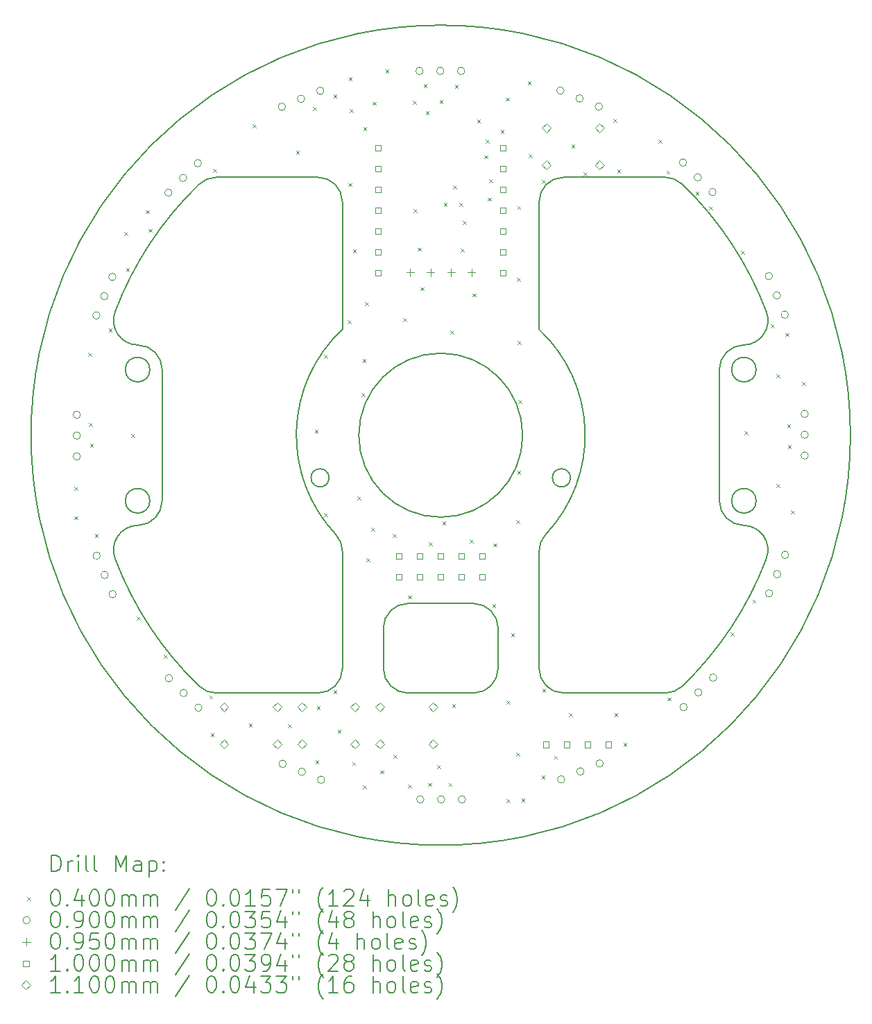
<source format=gbr>
%TF.GenerationSoftware,KiCad,Pcbnew,7.0.9*%
%TF.CreationDate,2024-06-22T15:13:28+09:00*%
%TF.ProjectId,Sensor,53656e73-6f72-42e6-9b69-6361645f7063,rev?*%
%TF.SameCoordinates,Original*%
%TF.FileFunction,Drillmap*%
%TF.FilePolarity,Positive*%
%FSLAX45Y45*%
G04 Gerber Fmt 4.5, Leading zero omitted, Abs format (unit mm)*
G04 Created by KiCad (PCBNEW 7.0.9) date 2024-06-22 15:13:28*
%MOMM*%
%LPD*%
G01*
G04 APERTURE LIST*
%ADD10C,0.200000*%
%ADD11C,0.100000*%
%ADD12C,0.110000*%
G04 APERTURE END LIST*
D10*
X14540200Y-11732380D02*
X14540200Y-11239780D01*
X14540200Y-11732380D02*
G75*
G03*
X14840200Y-12032380I300000J0D01*
G01*
X19214314Y-7381088D02*
G75*
G03*
X18188473Y-5826304I-3974114J-1506292D01*
G01*
X15940200Y-11239780D02*
G75*
G03*
X15640200Y-10939780I-300000J0D01*
G01*
X16740200Y-12032380D02*
X17980360Y-12032380D01*
X16521976Y-10096520D02*
G75*
G03*
X16440200Y-10302378I218224J-205860D01*
G01*
X14040200Y-7597045D02*
X14040200Y-6042380D01*
X16740200Y-5742380D02*
G75*
G03*
X16440200Y-6042380I0J-300000D01*
G01*
X14040201Y-10302378D02*
G75*
G03*
X13958425Y-10096520I-300001J-2D01*
G01*
X14040200Y-6042380D02*
G75*
G03*
X13740200Y-5742380I-300000J0D01*
G01*
X13740200Y-5742380D02*
X12500040Y-5742380D01*
X13740200Y-12032380D02*
G75*
G03*
X14040200Y-11732380I0J300000D01*
G01*
X16440200Y-11732380D02*
G75*
G03*
X16740200Y-12032380I300000J0D01*
G01*
X17980360Y-12032380D02*
G75*
G03*
X18188473Y-11948456I0J300000D01*
G01*
X18640200Y-9687380D02*
X18640200Y-8087380D01*
X18936994Y-7787390D02*
G75*
G03*
X19214314Y-7381088I-3204J299980D01*
G01*
X11266079Y-7381085D02*
G75*
G03*
X11543406Y-7787397I280531J-106325D01*
G01*
X18936994Y-7787397D02*
G75*
G03*
X18640200Y-8087380I3206J-299983D01*
G01*
X11543406Y-9987361D02*
G75*
G03*
X11266086Y-10393672I3214J-299989D01*
G01*
X19090200Y-9687380D02*
G75*
G03*
X19090200Y-9687380I-150000J0D01*
G01*
X18640200Y-9687380D02*
G75*
G03*
X18936994Y-9987363I300000J0D01*
G01*
X11690200Y-9687380D02*
G75*
G03*
X11690200Y-9687380I-150000J0D01*
G01*
X16440200Y-10302378D02*
X16440200Y-11732380D01*
X12291927Y-5826304D02*
G75*
G03*
X11266086Y-7381088I2948273J-3061076D01*
G01*
X19214321Y-10393675D02*
G75*
G03*
X18936994Y-9987363I-280531J106325D01*
G01*
X14840200Y-10939780D02*
X15640200Y-10939780D01*
X16823200Y-9407380D02*
G75*
G03*
X16823200Y-9407380I-110000J0D01*
G01*
X16521975Y-10096520D02*
G75*
G03*
X16440200Y-7597045I-1281775J1209140D01*
G01*
X15640200Y-12032380D02*
X14840200Y-12032380D01*
X12291927Y-11948456D02*
G75*
G03*
X12500040Y-12032380I208113J216076D01*
G01*
X11690200Y-8087380D02*
G75*
G03*
X11690200Y-8087380I-150000J0D01*
G01*
X11840200Y-8087380D02*
X11840200Y-9687380D01*
X17980360Y-5742380D02*
X16740200Y-5742380D01*
X11840200Y-8087380D02*
G75*
G03*
X11543406Y-7787397I-300000J0D01*
G01*
X16240200Y-8887380D02*
G75*
G03*
X16240200Y-8887380I-1000000J0D01*
G01*
X14040200Y-11732380D02*
X14040200Y-10302378D01*
X12500040Y-5742380D02*
G75*
G03*
X12291927Y-5826304I0J-300000D01*
G01*
X15640200Y-12032380D02*
G75*
G03*
X15940200Y-11732380I0J300000D01*
G01*
X19090200Y-8087380D02*
G75*
G03*
X19090200Y-8087380I-150000J0D01*
G01*
X15940200Y-11239780D02*
X15940200Y-11732380D01*
X18188473Y-5826304D02*
G75*
G03*
X17980360Y-5742380I-208113J-216076D01*
G01*
X11266086Y-10393672D02*
G75*
G03*
X12291927Y-11948456I3974114J1506292D01*
G01*
X14840200Y-10939780D02*
G75*
G03*
X14540200Y-11239780I0J-300000D01*
G01*
X13877200Y-9407380D02*
G75*
G03*
X13877200Y-9407380I-110000J0D01*
G01*
X12500040Y-12032380D02*
X13740200Y-12032380D01*
X14040200Y-7597045D02*
G75*
G03*
X13958425Y-10096520I1200000J-1290335D01*
G01*
X18188473Y-11948456D02*
G75*
G03*
X19214314Y-10393672I-2948273J3061076D01*
G01*
X16440200Y-6042380D02*
X16440200Y-7597045D01*
X20240200Y-8887380D02*
G75*
G03*
X20240200Y-8887380I-5000000J0D01*
G01*
X11543406Y-9987363D02*
G75*
G03*
X11840200Y-9687380I-3206J299983D01*
G01*
D11*
X10769920Y-9515160D02*
X10809920Y-9555160D01*
X10809920Y-9515160D02*
X10769920Y-9555160D01*
X10769920Y-9875840D02*
X10809920Y-9915840D01*
X10809920Y-9875840D02*
X10769920Y-9915840D01*
X10937560Y-7879400D02*
X10977560Y-7919400D01*
X10977560Y-7879400D02*
X10937560Y-7919400D01*
X10947720Y-8737920D02*
X10987720Y-8777920D01*
X10987720Y-8737920D02*
X10947720Y-8777920D01*
X10957880Y-8991920D02*
X10997880Y-9031920D01*
X10997880Y-8991920D02*
X10957880Y-9031920D01*
X11018840Y-10094280D02*
X11058840Y-10134280D01*
X11058840Y-10094280D02*
X11018840Y-10134280D01*
X11186480Y-7584760D02*
X11226480Y-7624760D01*
X11226480Y-7584760D02*
X11186480Y-7624760D01*
X11379520Y-6406200D02*
X11419520Y-6446200D01*
X11419520Y-6406200D02*
X11379520Y-6446200D01*
X11399840Y-6848160D02*
X11439840Y-6888160D01*
X11439840Y-6848160D02*
X11399840Y-6888160D01*
X11460800Y-8875080D02*
X11500800Y-8915080D01*
X11500800Y-8875080D02*
X11460800Y-8915080D01*
X11531920Y-11100120D02*
X11571920Y-11140120D01*
X11571920Y-11100120D02*
X11531920Y-11140120D01*
X11642175Y-6142215D02*
X11682175Y-6182215D01*
X11682175Y-6142215D02*
X11642175Y-6182215D01*
X11674160Y-6370640D02*
X11714160Y-6410640D01*
X11714160Y-6370640D02*
X11674160Y-6410640D01*
X11862120Y-11567480D02*
X11902120Y-11607480D01*
X11902120Y-11567480D02*
X11862120Y-11607480D01*
X12415840Y-12060240D02*
X12455840Y-12100240D01*
X12455840Y-12060240D02*
X12415840Y-12100240D01*
X12431080Y-12522520D02*
X12471080Y-12562520D01*
X12471080Y-12522520D02*
X12431080Y-12562520D01*
X12461560Y-5639120D02*
X12501560Y-5679120D01*
X12501560Y-5639120D02*
X12461560Y-5679120D01*
X12898440Y-12405680D02*
X12938440Y-12445680D01*
X12938440Y-12405680D02*
X12898440Y-12445680D01*
X12944160Y-5095560D02*
X12984160Y-5135560D01*
X12984160Y-5095560D02*
X12944160Y-5135560D01*
X13375960Y-12410760D02*
X13415960Y-12450760D01*
X13415960Y-12410760D02*
X13375960Y-12450760D01*
X13472480Y-5415600D02*
X13512480Y-5455600D01*
X13512480Y-5415600D02*
X13472480Y-5455600D01*
X13680760Y-4887280D02*
X13720760Y-4927280D01*
X13720760Y-4887280D02*
X13680760Y-4927280D01*
X13701080Y-8819200D02*
X13741080Y-8859200D01*
X13741080Y-8819200D02*
X13701080Y-8859200D01*
X13711240Y-12852720D02*
X13751240Y-12892720D01*
X13751240Y-12852720D02*
X13711240Y-12892720D01*
X13726480Y-12192320D02*
X13766480Y-12232320D01*
X13766480Y-12192320D02*
X13726480Y-12232320D01*
X13817920Y-7909880D02*
X13857920Y-7949880D01*
X13857920Y-7909880D02*
X13817920Y-7949880D01*
X13817920Y-9840280D02*
X13857920Y-9880280D01*
X13857920Y-9840280D02*
X13817920Y-9880280D01*
X13929680Y-4729800D02*
X13969680Y-4769800D01*
X13969680Y-4729800D02*
X13929680Y-4769800D01*
X13929680Y-11994200D02*
X13969680Y-12034200D01*
X13969680Y-11994200D02*
X13929680Y-12034200D01*
X13980480Y-12476800D02*
X14020480Y-12516800D01*
X14020480Y-12476800D02*
X13980480Y-12516800D01*
X14102400Y-7483160D02*
X14142400Y-7523160D01*
X14142400Y-7483160D02*
X14102400Y-7523160D01*
X14112560Y-5811840D02*
X14152560Y-5851840D01*
X14152560Y-5811840D02*
X14112560Y-5851840D01*
X14117640Y-4521520D02*
X14157640Y-4561520D01*
X14157640Y-4521520D02*
X14117640Y-4561520D01*
X14127800Y-4912680D02*
X14167800Y-4952680D01*
X14167800Y-4912680D02*
X14127800Y-4952680D01*
X14158280Y-12873040D02*
X14198280Y-12913040D01*
X14198280Y-12873040D02*
X14158280Y-12913040D01*
X14168440Y-6619560D02*
X14208440Y-6659560D01*
X14208440Y-6619560D02*
X14168440Y-6659560D01*
X14224320Y-9637080D02*
X14264320Y-9677080D01*
X14264320Y-9637080D02*
X14224320Y-9677080D01*
X14275120Y-8372160D02*
X14315120Y-8412160D01*
X14315120Y-8372160D02*
X14275120Y-8412160D01*
X14285280Y-7960680D02*
X14325280Y-8000680D01*
X14325280Y-7960680D02*
X14285280Y-8000680D01*
X14290360Y-13157520D02*
X14330360Y-13197520D01*
X14330360Y-13157520D02*
X14290360Y-13197520D01*
X14295440Y-5131120D02*
X14335440Y-5171120D01*
X14335440Y-5131120D02*
X14295440Y-5171120D01*
X14315760Y-7264720D02*
X14355760Y-7304720D01*
X14355760Y-7264720D02*
X14315760Y-7304720D01*
X14331000Y-10388920D02*
X14371000Y-10428920D01*
X14371000Y-10388920D02*
X14331000Y-10428920D01*
X14391960Y-10018080D02*
X14431960Y-10058080D01*
X14431960Y-10018080D02*
X14391960Y-10058080D01*
X14407200Y-4821240D02*
X14447200Y-4861240D01*
X14447200Y-4821240D02*
X14407200Y-4861240D01*
X14503720Y-12974640D02*
X14543720Y-13014640D01*
X14543720Y-12974640D02*
X14503720Y-13014640D01*
X14564680Y-4430080D02*
X14604680Y-4470080D01*
X14604680Y-4430080D02*
X14564680Y-4470080D01*
X14656120Y-10094280D02*
X14696120Y-10134280D01*
X14696120Y-10094280D02*
X14656120Y-10134280D01*
X14661200Y-12781600D02*
X14701200Y-12821600D01*
X14701200Y-12781600D02*
X14661200Y-12821600D01*
X14783120Y-7457760D02*
X14823120Y-7497760D01*
X14823120Y-7457760D02*
X14783120Y-7497760D01*
X14839000Y-10841040D02*
X14879000Y-10881040D01*
X14879000Y-10841040D02*
X14839000Y-10881040D01*
X14839000Y-13147360D02*
X14879000Y-13187360D01*
X14879000Y-13147360D02*
X14839000Y-13187360D01*
X14899960Y-4806000D02*
X14939960Y-4846000D01*
X14939960Y-4806000D02*
X14899960Y-4846000D01*
X14907135Y-6131465D02*
X14947135Y-6171465D01*
X14947135Y-6131465D02*
X14907135Y-6171465D01*
X14960920Y-6599240D02*
X15000920Y-6639240D01*
X15000920Y-6599240D02*
X14960920Y-6639240D01*
X14991400Y-7081840D02*
X15031400Y-7121840D01*
X15031400Y-7081840D02*
X14991400Y-7121840D01*
X15032040Y-4607880D02*
X15072040Y-4647880D01*
X15072040Y-4607880D02*
X15032040Y-4647880D01*
X15057440Y-4933000D02*
X15097440Y-4973000D01*
X15097440Y-4933000D02*
X15057440Y-4973000D01*
X15087920Y-13127040D02*
X15127920Y-13167040D01*
X15127920Y-13127040D02*
X15087920Y-13167040D01*
X15093000Y-10195880D02*
X15133000Y-10235880D01*
X15133000Y-10195880D02*
X15093000Y-10235880D01*
X15194600Y-12913680D02*
X15234600Y-12953680D01*
X15234600Y-12913680D02*
X15194600Y-12953680D01*
X15225080Y-4800920D02*
X15265080Y-4840920D01*
X15265080Y-4800920D02*
X15225080Y-4840920D01*
X15260640Y-9936800D02*
X15300640Y-9976800D01*
X15300640Y-9936800D02*
X15260640Y-9976800D01*
X15275880Y-6055680D02*
X15315880Y-6095680D01*
X15315880Y-6055680D02*
X15275880Y-6095680D01*
X15336840Y-13127040D02*
X15376840Y-13167040D01*
X15376840Y-13127040D02*
X15336840Y-13167040D01*
X15357160Y-7610160D02*
X15397160Y-7650160D01*
X15397160Y-7610160D02*
X15357160Y-7650160D01*
X15377480Y-12166920D02*
X15417480Y-12206920D01*
X15417480Y-12166920D02*
X15377480Y-12206920D01*
X15391450Y-5841050D02*
X15431450Y-5881050D01*
X15431450Y-5841050D02*
X15391450Y-5881050D01*
X15413040Y-4612960D02*
X15453040Y-4652960D01*
X15453040Y-4612960D02*
X15413040Y-4652960D01*
X15468920Y-6055680D02*
X15508920Y-6095680D01*
X15508920Y-6055680D02*
X15468920Y-6095680D01*
X15484160Y-6614480D02*
X15524160Y-6654480D01*
X15524160Y-6614480D02*
X15484160Y-6654480D01*
X15509560Y-6274120D02*
X15549560Y-6314120D01*
X15549560Y-6274120D02*
X15509560Y-6314120D01*
X15595920Y-10160320D02*
X15635920Y-10200320D01*
X15635920Y-10160320D02*
X15595920Y-10200320D01*
X15626400Y-7158040D02*
X15666400Y-7198040D01*
X15666400Y-7158040D02*
X15626400Y-7198040D01*
X15682280Y-5039680D02*
X15722280Y-5079680D01*
X15722280Y-5039680D02*
X15682280Y-5079680D01*
X15772450Y-5474020D02*
X15812450Y-5514020D01*
X15812450Y-5474020D02*
X15772450Y-5514020D01*
X15788960Y-5283520D02*
X15828960Y-5323520D01*
X15828960Y-5283520D02*
X15788960Y-5323520D01*
X15814360Y-5989640D02*
X15854360Y-6029640D01*
X15854360Y-5989640D02*
X15814360Y-6029640D01*
X15829600Y-5766120D02*
X15869600Y-5806120D01*
X15869600Y-5766120D02*
X15829600Y-5806120D01*
X15870240Y-10947720D02*
X15910240Y-10987720D01*
X15910240Y-10947720D02*
X15870240Y-10987720D01*
X15880400Y-10206040D02*
X15920400Y-10246040D01*
X15920400Y-10206040D02*
X15880400Y-10246040D01*
X15971840Y-5161600D02*
X16011840Y-5201600D01*
X16011840Y-5161600D02*
X15971840Y-5201600D01*
X16032800Y-4770440D02*
X16072800Y-4810440D01*
X16072800Y-4770440D02*
X16032800Y-4810440D01*
X16042960Y-12126280D02*
X16082960Y-12166280D01*
X16082960Y-12126280D02*
X16042960Y-12166280D01*
X16042960Y-13325160D02*
X16082960Y-13365160D01*
X16082960Y-13325160D02*
X16042960Y-13365160D01*
X16098840Y-11303320D02*
X16138840Y-11343320D01*
X16138840Y-11303320D02*
X16098840Y-11343320D01*
X16159800Y-9921560D02*
X16199800Y-9961560D01*
X16199800Y-9921560D02*
X16159800Y-9961560D01*
X16159800Y-12761280D02*
X16199800Y-12801280D01*
X16199800Y-12761280D02*
X16159800Y-12801280D01*
X16169960Y-6970080D02*
X16209960Y-7010080D01*
X16209960Y-6970080D02*
X16169960Y-7010080D01*
X16175040Y-6091240D02*
X16215040Y-6131240D01*
X16215040Y-6091240D02*
X16175040Y-6131240D01*
X16175040Y-9322120D02*
X16215040Y-9362120D01*
X16215040Y-9322120D02*
X16175040Y-9362120D01*
X16180120Y-7737160D02*
X16220120Y-7777160D01*
X16220120Y-7737160D02*
X16180120Y-7777160D01*
X16185200Y-8458520D02*
X16225200Y-8498520D01*
X16225200Y-8458520D02*
X16185200Y-8498520D01*
X16225840Y-13320080D02*
X16265840Y-13360080D01*
X16265840Y-13320080D02*
X16225840Y-13360080D01*
X16302040Y-4572320D02*
X16342040Y-4612320D01*
X16342040Y-4572320D02*
X16302040Y-4612320D01*
X16312200Y-5461320D02*
X16352200Y-5501320D01*
X16352200Y-5461320D02*
X16312200Y-5501320D01*
X16469680Y-13040680D02*
X16509680Y-13080680D01*
X16509680Y-13040680D02*
X16469680Y-13080680D01*
X16474760Y-5771200D02*
X16514760Y-5811200D01*
X16514760Y-5771200D02*
X16474760Y-5811200D01*
X16479840Y-11978960D02*
X16519840Y-12018960D01*
X16519840Y-11978960D02*
X16479840Y-12018960D01*
X16622080Y-12796840D02*
X16662080Y-12836840D01*
X16662080Y-12796840D02*
X16622080Y-12836840D01*
X16804960Y-12273600D02*
X16844960Y-12313600D01*
X16844960Y-12273600D02*
X16804960Y-12313600D01*
X16835440Y-5344480D02*
X16875440Y-5384480D01*
X16875440Y-5344480D02*
X16835440Y-5384480D01*
X16982760Y-5679760D02*
X17022760Y-5719760D01*
X17022760Y-5679760D02*
X16982760Y-5719760D01*
X17348520Y-5029520D02*
X17388520Y-5069520D01*
X17388520Y-5029520D02*
X17348520Y-5069520D01*
X17358680Y-12273600D02*
X17398680Y-12313600D01*
X17398680Y-12273600D02*
X17358680Y-12313600D01*
X17394240Y-5649280D02*
X17434240Y-5689280D01*
X17434240Y-5649280D02*
X17394240Y-5689280D01*
X17470440Y-12639360D02*
X17510440Y-12679360D01*
X17510440Y-12639360D02*
X17470440Y-12679360D01*
X17897160Y-5283520D02*
X17937160Y-5323520D01*
X17937160Y-5283520D02*
X17897160Y-5323520D01*
X17993680Y-5659440D02*
X18033680Y-5699440D01*
X18033680Y-5659440D02*
X17993680Y-5699440D01*
X18008920Y-12085640D02*
X18048920Y-12125640D01*
X18048920Y-12085640D02*
X18008920Y-12125640D01*
X18349280Y-5918520D02*
X18389280Y-5958520D01*
X18389280Y-5918520D02*
X18349280Y-5958520D01*
X18516920Y-6096320D02*
X18556920Y-6136320D01*
X18556920Y-6096320D02*
X18516920Y-6136320D01*
X18776000Y-11293160D02*
X18816000Y-11333160D01*
X18816000Y-11293160D02*
X18776000Y-11333160D01*
X18903000Y-6639880D02*
X18943000Y-6679880D01*
X18943000Y-6639880D02*
X18903000Y-6679880D01*
X18948720Y-8839520D02*
X18988720Y-8879520D01*
X18988720Y-8839520D02*
X18948720Y-8879520D01*
X19045240Y-10891840D02*
X19085240Y-10931840D01*
X19085240Y-10891840D02*
X19045240Y-10931840D01*
X19268760Y-7533960D02*
X19308760Y-7573960D01*
X19308760Y-7533960D02*
X19268760Y-7573960D01*
X19334800Y-8143560D02*
X19374800Y-8183560D01*
X19374800Y-8143560D02*
X19334800Y-8183560D01*
X19334800Y-9479600D02*
X19374800Y-9519600D01*
X19374800Y-9479600D02*
X19334800Y-9519600D01*
X19446560Y-7640640D02*
X19486560Y-7680640D01*
X19486560Y-7640640D02*
X19446560Y-7680640D01*
X19466880Y-8753160D02*
X19506880Y-8793160D01*
X19506880Y-8753160D02*
X19466880Y-8793160D01*
X19477040Y-9007160D02*
X19517040Y-9047160D01*
X19517040Y-9007160D02*
X19477040Y-9047160D01*
X19512600Y-9804720D02*
X19552600Y-9844720D01*
X19552600Y-9804720D02*
X19512600Y-9844720D01*
X19649760Y-8235000D02*
X19689760Y-8275000D01*
X19689760Y-8235000D02*
X19649760Y-8275000D01*
X10843300Y-8637780D02*
G75*
G03*
X10843300Y-8637780I-45000J0D01*
G01*
X10843300Y-8891780D02*
G75*
G03*
X10843300Y-8891780I-45000J0D01*
G01*
X10843300Y-9145780D02*
G75*
G03*
X10843300Y-9145780I-45000J0D01*
G01*
X11082259Y-7426294D02*
G75*
G03*
X11082259Y-7426294I-45000J0D01*
G01*
X11086147Y-10356493D02*
G75*
G03*
X11086147Y-10356493I-45000J0D01*
G01*
X11179460Y-7191628D02*
G75*
G03*
X11179460Y-7191628I-45000J0D01*
G01*
X11183348Y-10591158D02*
G75*
G03*
X11183348Y-10591158I-45000J0D01*
G01*
X11276662Y-6956963D02*
G75*
G03*
X11276662Y-6956963I-45000J0D01*
G01*
X11280550Y-10825824D02*
G75*
G03*
X11280550Y-10825824I-45000J0D01*
G01*
X11961047Y-5929141D02*
G75*
G03*
X11961047Y-5929141I-45000J0D01*
G01*
X11968231Y-11851443D02*
G75*
G03*
X11968231Y-11851443I-45000J0D01*
G01*
X12140652Y-5749536D02*
G75*
G03*
X12140652Y-5749536I-45000J0D01*
G01*
X12147836Y-12031048D02*
G75*
G03*
X12147836Y-12031048I-45000J0D01*
G01*
X12320257Y-5569931D02*
G75*
G03*
X12320257Y-5569931I-45000J0D01*
G01*
X12327441Y-12210653D02*
G75*
G03*
X12327441Y-12210653I-45000J0D01*
G01*
X13345876Y-4882250D02*
G75*
G03*
X13345876Y-4882250I-45000J0D01*
G01*
X13355263Y-12895038D02*
G75*
G03*
X13355263Y-12895038I-45000J0D01*
G01*
X13580542Y-4785048D02*
G75*
G03*
X13580542Y-4785048I-45000J0D01*
G01*
X13589928Y-12992240D02*
G75*
G03*
X13589928Y-12992240I-45000J0D01*
G01*
X13815207Y-4687847D02*
G75*
G03*
X13815207Y-4687847I-45000J0D01*
G01*
X13824594Y-13089441D02*
G75*
G03*
X13824594Y-13089441I-45000J0D01*
G01*
X15025920Y-4445000D02*
G75*
G03*
X15025920Y-4445000I-45000J0D01*
G01*
X15036080Y-13328400D02*
G75*
G03*
X15036080Y-13328400I-45000J0D01*
G01*
X15279920Y-4445000D02*
G75*
G03*
X15279920Y-4445000I-45000J0D01*
G01*
X15290080Y-13328400D02*
G75*
G03*
X15290080Y-13328400I-45000J0D01*
G01*
X15533920Y-4445000D02*
G75*
G03*
X15533920Y-4445000I-45000J0D01*
G01*
X15544080Y-13328400D02*
G75*
G03*
X15544080Y-13328400I-45000J0D01*
G01*
X16745406Y-4683959D02*
G75*
G03*
X16745406Y-4683959I-45000J0D01*
G01*
X16754793Y-13085553D02*
G75*
G03*
X16754793Y-13085553I-45000J0D01*
G01*
X16980072Y-4781160D02*
G75*
G03*
X16980072Y-4781160I-45000J0D01*
G01*
X16989458Y-12988352D02*
G75*
G03*
X16989458Y-12988352I-45000J0D01*
G01*
X17214737Y-4878362D02*
G75*
G03*
X17214737Y-4878362I-45000J0D01*
G01*
X17224124Y-12891150D02*
G75*
G03*
X17224124Y-12891150I-45000J0D01*
G01*
X18242559Y-5562747D02*
G75*
G03*
X18242559Y-5562747I-45000J0D01*
G01*
X18249743Y-12203469D02*
G75*
G03*
X18249743Y-12203469I-45000J0D01*
G01*
X18422164Y-5742352D02*
G75*
G03*
X18422164Y-5742352I-45000J0D01*
G01*
X18429348Y-12023864D02*
G75*
G03*
X18429348Y-12023864I-45000J0D01*
G01*
X18601769Y-5921957D02*
G75*
G03*
X18601769Y-5921957I-45000J0D01*
G01*
X18608953Y-11844259D02*
G75*
G03*
X18608953Y-11844259I-45000J0D01*
G01*
X19289450Y-6947576D02*
G75*
G03*
X19289450Y-6947576I-45000J0D01*
G01*
X19293338Y-10816437D02*
G75*
G03*
X19293338Y-10816437I-45000J0D01*
G01*
X19386652Y-7182242D02*
G75*
G03*
X19386652Y-7182242I-45000J0D01*
G01*
X19390540Y-10581772D02*
G75*
G03*
X19390540Y-10581772I-45000J0D01*
G01*
X19483853Y-7416907D02*
G75*
G03*
X19483853Y-7416907I-45000J0D01*
G01*
X19487741Y-10347106D02*
G75*
G03*
X19487741Y-10347106I-45000J0D01*
G01*
X19726700Y-8627620D02*
G75*
G03*
X19726700Y-8627620I-45000J0D01*
G01*
X19726700Y-8881620D02*
G75*
G03*
X19726700Y-8881620I-45000J0D01*
G01*
X19726700Y-9135620D02*
G75*
G03*
X19726700Y-9135620I-45000J0D01*
G01*
X14867540Y-6855780D02*
X14867540Y-6950780D01*
X14820040Y-6903280D02*
X14915040Y-6903280D01*
X15117540Y-6855780D02*
X15117540Y-6950780D01*
X15070040Y-6903280D02*
X15165040Y-6903280D01*
X15367540Y-6855780D02*
X15367540Y-6950780D01*
X15320040Y-6903280D02*
X15415040Y-6903280D01*
X15617540Y-6855780D02*
X15617540Y-6950780D01*
X15570040Y-6903280D02*
X15665040Y-6903280D01*
X14513356Y-5420156D02*
X14513356Y-5349444D01*
X14442644Y-5349444D01*
X14442644Y-5420156D01*
X14513356Y-5420156D01*
X14513356Y-5674156D02*
X14513356Y-5603444D01*
X14442644Y-5603444D01*
X14442644Y-5674156D01*
X14513356Y-5674156D01*
X14513356Y-5928156D02*
X14513356Y-5857444D01*
X14442644Y-5857444D01*
X14442644Y-5928156D01*
X14513356Y-5928156D01*
X14513356Y-6182156D02*
X14513356Y-6111444D01*
X14442644Y-6111444D01*
X14442644Y-6182156D01*
X14513356Y-6182156D01*
X14513356Y-6436156D02*
X14513356Y-6365444D01*
X14442644Y-6365444D01*
X14442644Y-6436156D01*
X14513356Y-6436156D01*
X14513356Y-6690156D02*
X14513356Y-6619444D01*
X14442644Y-6619444D01*
X14442644Y-6690156D01*
X14513356Y-6690156D01*
X14513356Y-6944156D02*
X14513356Y-6873444D01*
X14442644Y-6873444D01*
X14442644Y-6944156D01*
X14513356Y-6944156D01*
X14767356Y-10396016D02*
X14767356Y-10325304D01*
X14696644Y-10325304D01*
X14696644Y-10396016D01*
X14767356Y-10396016D01*
X14767356Y-10650016D02*
X14767356Y-10579304D01*
X14696644Y-10579304D01*
X14696644Y-10650016D01*
X14767356Y-10650016D01*
X15021356Y-10396016D02*
X15021356Y-10325304D01*
X14950644Y-10325304D01*
X14950644Y-10396016D01*
X15021356Y-10396016D01*
X15021356Y-10650016D02*
X15021356Y-10579304D01*
X14950644Y-10579304D01*
X14950644Y-10650016D01*
X15021356Y-10650016D01*
X15275356Y-10396016D02*
X15275356Y-10325304D01*
X15204644Y-10325304D01*
X15204644Y-10396016D01*
X15275356Y-10396016D01*
X15275356Y-10650016D02*
X15275356Y-10579304D01*
X15204644Y-10579304D01*
X15204644Y-10650016D01*
X15275356Y-10650016D01*
X15529356Y-10396016D02*
X15529356Y-10325304D01*
X15458644Y-10325304D01*
X15458644Y-10396016D01*
X15529356Y-10396016D01*
X15529356Y-10650016D02*
X15529356Y-10579304D01*
X15458644Y-10579304D01*
X15458644Y-10650016D01*
X15529356Y-10650016D01*
X15783356Y-10396016D02*
X15783356Y-10325304D01*
X15712644Y-10325304D01*
X15712644Y-10396016D01*
X15783356Y-10396016D01*
X15783356Y-10650016D02*
X15783356Y-10579304D01*
X15712644Y-10579304D01*
X15712644Y-10650016D01*
X15783356Y-10650016D01*
X16037356Y-5420156D02*
X16037356Y-5349444D01*
X15966644Y-5349444D01*
X15966644Y-5420156D01*
X16037356Y-5420156D01*
X16037356Y-5674156D02*
X16037356Y-5603444D01*
X15966644Y-5603444D01*
X15966644Y-5674156D01*
X16037356Y-5674156D01*
X16037356Y-5928156D02*
X16037356Y-5857444D01*
X15966644Y-5857444D01*
X15966644Y-5928156D01*
X16037356Y-5928156D01*
X16037356Y-6182156D02*
X16037356Y-6111444D01*
X15966644Y-6111444D01*
X15966644Y-6182156D01*
X16037356Y-6182156D01*
X16037356Y-6436156D02*
X16037356Y-6365444D01*
X15966644Y-6365444D01*
X15966644Y-6436156D01*
X16037356Y-6436156D01*
X16037356Y-6690156D02*
X16037356Y-6619444D01*
X15966644Y-6619444D01*
X15966644Y-6690156D01*
X16037356Y-6690156D01*
X16037356Y-6944156D02*
X16037356Y-6873444D01*
X15966644Y-6873444D01*
X15966644Y-6944156D01*
X16037356Y-6944156D01*
X16558056Y-12697256D02*
X16558056Y-12626544D01*
X16487344Y-12626544D01*
X16487344Y-12697256D01*
X16558056Y-12697256D01*
X16812056Y-12697256D02*
X16812056Y-12626544D01*
X16741344Y-12626544D01*
X16741344Y-12697256D01*
X16812056Y-12697256D01*
X17066056Y-12697256D02*
X17066056Y-12626544D01*
X16995344Y-12626544D01*
X16995344Y-12697256D01*
X17066056Y-12697256D01*
X17320056Y-12697256D02*
X17320056Y-12626544D01*
X17249344Y-12626544D01*
X17249344Y-12697256D01*
X17320056Y-12697256D01*
D12*
X12595980Y-12258220D02*
X12650980Y-12203220D01*
X12595980Y-12148220D01*
X12540980Y-12203220D01*
X12595980Y-12258220D01*
X12595980Y-12708220D02*
X12650980Y-12653220D01*
X12595980Y-12598220D01*
X12540980Y-12653220D01*
X12595980Y-12708220D01*
X13245980Y-12258220D02*
X13300980Y-12203220D01*
X13245980Y-12148220D01*
X13190980Y-12203220D01*
X13245980Y-12258220D01*
X13245980Y-12708220D02*
X13300980Y-12653220D01*
X13245980Y-12598220D01*
X13190980Y-12653220D01*
X13245980Y-12708220D01*
X13545820Y-12257160D02*
X13600820Y-12202160D01*
X13545820Y-12147160D01*
X13490820Y-12202160D01*
X13545820Y-12257160D01*
X13545820Y-12707160D02*
X13600820Y-12652160D01*
X13545820Y-12597160D01*
X13490820Y-12652160D01*
X13545820Y-12707160D01*
X14195820Y-12257160D02*
X14250820Y-12202160D01*
X14195820Y-12147160D01*
X14140820Y-12202160D01*
X14195820Y-12257160D01*
X14195820Y-12707160D02*
X14250820Y-12652160D01*
X14195820Y-12597160D01*
X14140820Y-12652160D01*
X14195820Y-12707160D01*
X14498440Y-12258220D02*
X14553440Y-12203220D01*
X14498440Y-12148220D01*
X14443440Y-12203220D01*
X14498440Y-12258220D01*
X14498440Y-12708220D02*
X14553440Y-12653220D01*
X14498440Y-12598220D01*
X14443440Y-12653220D01*
X14498440Y-12708220D01*
X15148440Y-12258220D02*
X15203440Y-12203220D01*
X15148440Y-12148220D01*
X15093440Y-12203220D01*
X15148440Y-12258220D01*
X15148440Y-12708220D02*
X15203440Y-12653220D01*
X15148440Y-12598220D01*
X15093440Y-12653220D01*
X15148440Y-12708220D01*
X16530440Y-5197020D02*
X16585440Y-5142020D01*
X16530440Y-5087020D01*
X16475440Y-5142020D01*
X16530440Y-5197020D01*
X16530440Y-5647020D02*
X16585440Y-5592020D01*
X16530440Y-5537020D01*
X16475440Y-5592020D01*
X16530440Y-5647020D01*
X17180440Y-5197020D02*
X17235440Y-5142020D01*
X17180440Y-5087020D01*
X17125440Y-5142020D01*
X17180440Y-5197020D01*
X17180440Y-5647020D02*
X17235440Y-5592020D01*
X17180440Y-5537020D01*
X17125440Y-5592020D01*
X17180440Y-5647020D01*
D10*
X10490977Y-14208864D02*
X10490977Y-14008864D01*
X10490977Y-14008864D02*
X10538596Y-14008864D01*
X10538596Y-14008864D02*
X10567167Y-14018388D01*
X10567167Y-14018388D02*
X10586215Y-14037435D01*
X10586215Y-14037435D02*
X10595739Y-14056483D01*
X10595739Y-14056483D02*
X10605263Y-14094578D01*
X10605263Y-14094578D02*
X10605263Y-14123149D01*
X10605263Y-14123149D02*
X10595739Y-14161245D01*
X10595739Y-14161245D02*
X10586215Y-14180292D01*
X10586215Y-14180292D02*
X10567167Y-14199340D01*
X10567167Y-14199340D02*
X10538596Y-14208864D01*
X10538596Y-14208864D02*
X10490977Y-14208864D01*
X10690977Y-14208864D02*
X10690977Y-14075530D01*
X10690977Y-14113626D02*
X10700501Y-14094578D01*
X10700501Y-14094578D02*
X10710024Y-14085054D01*
X10710024Y-14085054D02*
X10729072Y-14075530D01*
X10729072Y-14075530D02*
X10748120Y-14075530D01*
X10814786Y-14208864D02*
X10814786Y-14075530D01*
X10814786Y-14008864D02*
X10805263Y-14018388D01*
X10805263Y-14018388D02*
X10814786Y-14027911D01*
X10814786Y-14027911D02*
X10824310Y-14018388D01*
X10824310Y-14018388D02*
X10814786Y-14008864D01*
X10814786Y-14008864D02*
X10814786Y-14027911D01*
X10938596Y-14208864D02*
X10919548Y-14199340D01*
X10919548Y-14199340D02*
X10910024Y-14180292D01*
X10910024Y-14180292D02*
X10910024Y-14008864D01*
X11043358Y-14208864D02*
X11024310Y-14199340D01*
X11024310Y-14199340D02*
X11014786Y-14180292D01*
X11014786Y-14180292D02*
X11014786Y-14008864D01*
X11271929Y-14208864D02*
X11271929Y-14008864D01*
X11271929Y-14008864D02*
X11338596Y-14151721D01*
X11338596Y-14151721D02*
X11405262Y-14008864D01*
X11405262Y-14008864D02*
X11405262Y-14208864D01*
X11586215Y-14208864D02*
X11586215Y-14104102D01*
X11586215Y-14104102D02*
X11576691Y-14085054D01*
X11576691Y-14085054D02*
X11557643Y-14075530D01*
X11557643Y-14075530D02*
X11519548Y-14075530D01*
X11519548Y-14075530D02*
X11500501Y-14085054D01*
X11586215Y-14199340D02*
X11567167Y-14208864D01*
X11567167Y-14208864D02*
X11519548Y-14208864D01*
X11519548Y-14208864D02*
X11500501Y-14199340D01*
X11500501Y-14199340D02*
X11490977Y-14180292D01*
X11490977Y-14180292D02*
X11490977Y-14161245D01*
X11490977Y-14161245D02*
X11500501Y-14142197D01*
X11500501Y-14142197D02*
X11519548Y-14132673D01*
X11519548Y-14132673D02*
X11567167Y-14132673D01*
X11567167Y-14132673D02*
X11586215Y-14123149D01*
X11681453Y-14075530D02*
X11681453Y-14275530D01*
X11681453Y-14085054D02*
X11700501Y-14075530D01*
X11700501Y-14075530D02*
X11738596Y-14075530D01*
X11738596Y-14075530D02*
X11757643Y-14085054D01*
X11757643Y-14085054D02*
X11767167Y-14094578D01*
X11767167Y-14094578D02*
X11776691Y-14113626D01*
X11776691Y-14113626D02*
X11776691Y-14170768D01*
X11776691Y-14170768D02*
X11767167Y-14189816D01*
X11767167Y-14189816D02*
X11757643Y-14199340D01*
X11757643Y-14199340D02*
X11738596Y-14208864D01*
X11738596Y-14208864D02*
X11700501Y-14208864D01*
X11700501Y-14208864D02*
X11681453Y-14199340D01*
X11862405Y-14189816D02*
X11871929Y-14199340D01*
X11871929Y-14199340D02*
X11862405Y-14208864D01*
X11862405Y-14208864D02*
X11852882Y-14199340D01*
X11852882Y-14199340D02*
X11862405Y-14189816D01*
X11862405Y-14189816D02*
X11862405Y-14208864D01*
X11862405Y-14085054D02*
X11871929Y-14094578D01*
X11871929Y-14094578D02*
X11862405Y-14104102D01*
X11862405Y-14104102D02*
X11852882Y-14094578D01*
X11852882Y-14094578D02*
X11862405Y-14085054D01*
X11862405Y-14085054D02*
X11862405Y-14104102D01*
D11*
X10190200Y-14517380D02*
X10230200Y-14557380D01*
X10230200Y-14517380D02*
X10190200Y-14557380D01*
D10*
X10529072Y-14428864D02*
X10548120Y-14428864D01*
X10548120Y-14428864D02*
X10567167Y-14438388D01*
X10567167Y-14438388D02*
X10576691Y-14447911D01*
X10576691Y-14447911D02*
X10586215Y-14466959D01*
X10586215Y-14466959D02*
X10595739Y-14505054D01*
X10595739Y-14505054D02*
X10595739Y-14552673D01*
X10595739Y-14552673D02*
X10586215Y-14590768D01*
X10586215Y-14590768D02*
X10576691Y-14609816D01*
X10576691Y-14609816D02*
X10567167Y-14619340D01*
X10567167Y-14619340D02*
X10548120Y-14628864D01*
X10548120Y-14628864D02*
X10529072Y-14628864D01*
X10529072Y-14628864D02*
X10510024Y-14619340D01*
X10510024Y-14619340D02*
X10500501Y-14609816D01*
X10500501Y-14609816D02*
X10490977Y-14590768D01*
X10490977Y-14590768D02*
X10481453Y-14552673D01*
X10481453Y-14552673D02*
X10481453Y-14505054D01*
X10481453Y-14505054D02*
X10490977Y-14466959D01*
X10490977Y-14466959D02*
X10500501Y-14447911D01*
X10500501Y-14447911D02*
X10510024Y-14438388D01*
X10510024Y-14438388D02*
X10529072Y-14428864D01*
X10681453Y-14609816D02*
X10690977Y-14619340D01*
X10690977Y-14619340D02*
X10681453Y-14628864D01*
X10681453Y-14628864D02*
X10671929Y-14619340D01*
X10671929Y-14619340D02*
X10681453Y-14609816D01*
X10681453Y-14609816D02*
X10681453Y-14628864D01*
X10862405Y-14495530D02*
X10862405Y-14628864D01*
X10814786Y-14419340D02*
X10767167Y-14562197D01*
X10767167Y-14562197D02*
X10890977Y-14562197D01*
X11005263Y-14428864D02*
X11024310Y-14428864D01*
X11024310Y-14428864D02*
X11043358Y-14438388D01*
X11043358Y-14438388D02*
X11052882Y-14447911D01*
X11052882Y-14447911D02*
X11062405Y-14466959D01*
X11062405Y-14466959D02*
X11071929Y-14505054D01*
X11071929Y-14505054D02*
X11071929Y-14552673D01*
X11071929Y-14552673D02*
X11062405Y-14590768D01*
X11062405Y-14590768D02*
X11052882Y-14609816D01*
X11052882Y-14609816D02*
X11043358Y-14619340D01*
X11043358Y-14619340D02*
X11024310Y-14628864D01*
X11024310Y-14628864D02*
X11005263Y-14628864D01*
X11005263Y-14628864D02*
X10986215Y-14619340D01*
X10986215Y-14619340D02*
X10976691Y-14609816D01*
X10976691Y-14609816D02*
X10967167Y-14590768D01*
X10967167Y-14590768D02*
X10957644Y-14552673D01*
X10957644Y-14552673D02*
X10957644Y-14505054D01*
X10957644Y-14505054D02*
X10967167Y-14466959D01*
X10967167Y-14466959D02*
X10976691Y-14447911D01*
X10976691Y-14447911D02*
X10986215Y-14438388D01*
X10986215Y-14438388D02*
X11005263Y-14428864D01*
X11195739Y-14428864D02*
X11214786Y-14428864D01*
X11214786Y-14428864D02*
X11233834Y-14438388D01*
X11233834Y-14438388D02*
X11243358Y-14447911D01*
X11243358Y-14447911D02*
X11252882Y-14466959D01*
X11252882Y-14466959D02*
X11262405Y-14505054D01*
X11262405Y-14505054D02*
X11262405Y-14552673D01*
X11262405Y-14552673D02*
X11252882Y-14590768D01*
X11252882Y-14590768D02*
X11243358Y-14609816D01*
X11243358Y-14609816D02*
X11233834Y-14619340D01*
X11233834Y-14619340D02*
X11214786Y-14628864D01*
X11214786Y-14628864D02*
X11195739Y-14628864D01*
X11195739Y-14628864D02*
X11176691Y-14619340D01*
X11176691Y-14619340D02*
X11167167Y-14609816D01*
X11167167Y-14609816D02*
X11157644Y-14590768D01*
X11157644Y-14590768D02*
X11148120Y-14552673D01*
X11148120Y-14552673D02*
X11148120Y-14505054D01*
X11148120Y-14505054D02*
X11157644Y-14466959D01*
X11157644Y-14466959D02*
X11167167Y-14447911D01*
X11167167Y-14447911D02*
X11176691Y-14438388D01*
X11176691Y-14438388D02*
X11195739Y-14428864D01*
X11348120Y-14628864D02*
X11348120Y-14495530D01*
X11348120Y-14514578D02*
X11357643Y-14505054D01*
X11357643Y-14505054D02*
X11376691Y-14495530D01*
X11376691Y-14495530D02*
X11405263Y-14495530D01*
X11405263Y-14495530D02*
X11424310Y-14505054D01*
X11424310Y-14505054D02*
X11433834Y-14524102D01*
X11433834Y-14524102D02*
X11433834Y-14628864D01*
X11433834Y-14524102D02*
X11443358Y-14505054D01*
X11443358Y-14505054D02*
X11462405Y-14495530D01*
X11462405Y-14495530D02*
X11490977Y-14495530D01*
X11490977Y-14495530D02*
X11510024Y-14505054D01*
X11510024Y-14505054D02*
X11519548Y-14524102D01*
X11519548Y-14524102D02*
X11519548Y-14628864D01*
X11614786Y-14628864D02*
X11614786Y-14495530D01*
X11614786Y-14514578D02*
X11624310Y-14505054D01*
X11624310Y-14505054D02*
X11643358Y-14495530D01*
X11643358Y-14495530D02*
X11671929Y-14495530D01*
X11671929Y-14495530D02*
X11690977Y-14505054D01*
X11690977Y-14505054D02*
X11700501Y-14524102D01*
X11700501Y-14524102D02*
X11700501Y-14628864D01*
X11700501Y-14524102D02*
X11710024Y-14505054D01*
X11710024Y-14505054D02*
X11729072Y-14495530D01*
X11729072Y-14495530D02*
X11757643Y-14495530D01*
X11757643Y-14495530D02*
X11776691Y-14505054D01*
X11776691Y-14505054D02*
X11786215Y-14524102D01*
X11786215Y-14524102D02*
X11786215Y-14628864D01*
X12176691Y-14419340D02*
X12005263Y-14676483D01*
X12433834Y-14428864D02*
X12452882Y-14428864D01*
X12452882Y-14428864D02*
X12471929Y-14438388D01*
X12471929Y-14438388D02*
X12481453Y-14447911D01*
X12481453Y-14447911D02*
X12490977Y-14466959D01*
X12490977Y-14466959D02*
X12500501Y-14505054D01*
X12500501Y-14505054D02*
X12500501Y-14552673D01*
X12500501Y-14552673D02*
X12490977Y-14590768D01*
X12490977Y-14590768D02*
X12481453Y-14609816D01*
X12481453Y-14609816D02*
X12471929Y-14619340D01*
X12471929Y-14619340D02*
X12452882Y-14628864D01*
X12452882Y-14628864D02*
X12433834Y-14628864D01*
X12433834Y-14628864D02*
X12414786Y-14619340D01*
X12414786Y-14619340D02*
X12405263Y-14609816D01*
X12405263Y-14609816D02*
X12395739Y-14590768D01*
X12395739Y-14590768D02*
X12386215Y-14552673D01*
X12386215Y-14552673D02*
X12386215Y-14505054D01*
X12386215Y-14505054D02*
X12395739Y-14466959D01*
X12395739Y-14466959D02*
X12405263Y-14447911D01*
X12405263Y-14447911D02*
X12414786Y-14438388D01*
X12414786Y-14438388D02*
X12433834Y-14428864D01*
X12586215Y-14609816D02*
X12595739Y-14619340D01*
X12595739Y-14619340D02*
X12586215Y-14628864D01*
X12586215Y-14628864D02*
X12576691Y-14619340D01*
X12576691Y-14619340D02*
X12586215Y-14609816D01*
X12586215Y-14609816D02*
X12586215Y-14628864D01*
X12719548Y-14428864D02*
X12738596Y-14428864D01*
X12738596Y-14428864D02*
X12757644Y-14438388D01*
X12757644Y-14438388D02*
X12767167Y-14447911D01*
X12767167Y-14447911D02*
X12776691Y-14466959D01*
X12776691Y-14466959D02*
X12786215Y-14505054D01*
X12786215Y-14505054D02*
X12786215Y-14552673D01*
X12786215Y-14552673D02*
X12776691Y-14590768D01*
X12776691Y-14590768D02*
X12767167Y-14609816D01*
X12767167Y-14609816D02*
X12757644Y-14619340D01*
X12757644Y-14619340D02*
X12738596Y-14628864D01*
X12738596Y-14628864D02*
X12719548Y-14628864D01*
X12719548Y-14628864D02*
X12700501Y-14619340D01*
X12700501Y-14619340D02*
X12690977Y-14609816D01*
X12690977Y-14609816D02*
X12681453Y-14590768D01*
X12681453Y-14590768D02*
X12671929Y-14552673D01*
X12671929Y-14552673D02*
X12671929Y-14505054D01*
X12671929Y-14505054D02*
X12681453Y-14466959D01*
X12681453Y-14466959D02*
X12690977Y-14447911D01*
X12690977Y-14447911D02*
X12700501Y-14438388D01*
X12700501Y-14438388D02*
X12719548Y-14428864D01*
X12976691Y-14628864D02*
X12862406Y-14628864D01*
X12919548Y-14628864D02*
X12919548Y-14428864D01*
X12919548Y-14428864D02*
X12900501Y-14457435D01*
X12900501Y-14457435D02*
X12881453Y-14476483D01*
X12881453Y-14476483D02*
X12862406Y-14486007D01*
X13157644Y-14428864D02*
X13062406Y-14428864D01*
X13062406Y-14428864D02*
X13052882Y-14524102D01*
X13052882Y-14524102D02*
X13062406Y-14514578D01*
X13062406Y-14514578D02*
X13081453Y-14505054D01*
X13081453Y-14505054D02*
X13129072Y-14505054D01*
X13129072Y-14505054D02*
X13148120Y-14514578D01*
X13148120Y-14514578D02*
X13157644Y-14524102D01*
X13157644Y-14524102D02*
X13167167Y-14543149D01*
X13167167Y-14543149D02*
X13167167Y-14590768D01*
X13167167Y-14590768D02*
X13157644Y-14609816D01*
X13157644Y-14609816D02*
X13148120Y-14619340D01*
X13148120Y-14619340D02*
X13129072Y-14628864D01*
X13129072Y-14628864D02*
X13081453Y-14628864D01*
X13081453Y-14628864D02*
X13062406Y-14619340D01*
X13062406Y-14619340D02*
X13052882Y-14609816D01*
X13233834Y-14428864D02*
X13367167Y-14428864D01*
X13367167Y-14428864D02*
X13281453Y-14628864D01*
X13433834Y-14428864D02*
X13433834Y-14466959D01*
X13510025Y-14428864D02*
X13510025Y-14466959D01*
X13805263Y-14705054D02*
X13795739Y-14695530D01*
X13795739Y-14695530D02*
X13776691Y-14666959D01*
X13776691Y-14666959D02*
X13767168Y-14647911D01*
X13767168Y-14647911D02*
X13757644Y-14619340D01*
X13757644Y-14619340D02*
X13748120Y-14571721D01*
X13748120Y-14571721D02*
X13748120Y-14533626D01*
X13748120Y-14533626D02*
X13757644Y-14486007D01*
X13757644Y-14486007D02*
X13767168Y-14457435D01*
X13767168Y-14457435D02*
X13776691Y-14438388D01*
X13776691Y-14438388D02*
X13795739Y-14409816D01*
X13795739Y-14409816D02*
X13805263Y-14400292D01*
X13986215Y-14628864D02*
X13871929Y-14628864D01*
X13929072Y-14628864D02*
X13929072Y-14428864D01*
X13929072Y-14428864D02*
X13910025Y-14457435D01*
X13910025Y-14457435D02*
X13890977Y-14476483D01*
X13890977Y-14476483D02*
X13871929Y-14486007D01*
X14062406Y-14447911D02*
X14071929Y-14438388D01*
X14071929Y-14438388D02*
X14090977Y-14428864D01*
X14090977Y-14428864D02*
X14138596Y-14428864D01*
X14138596Y-14428864D02*
X14157644Y-14438388D01*
X14157644Y-14438388D02*
X14167168Y-14447911D01*
X14167168Y-14447911D02*
X14176691Y-14466959D01*
X14176691Y-14466959D02*
X14176691Y-14486007D01*
X14176691Y-14486007D02*
X14167168Y-14514578D01*
X14167168Y-14514578D02*
X14052882Y-14628864D01*
X14052882Y-14628864D02*
X14176691Y-14628864D01*
X14348120Y-14495530D02*
X14348120Y-14628864D01*
X14300501Y-14419340D02*
X14252882Y-14562197D01*
X14252882Y-14562197D02*
X14376691Y-14562197D01*
X14605263Y-14628864D02*
X14605263Y-14428864D01*
X14690977Y-14628864D02*
X14690977Y-14524102D01*
X14690977Y-14524102D02*
X14681453Y-14505054D01*
X14681453Y-14505054D02*
X14662406Y-14495530D01*
X14662406Y-14495530D02*
X14633834Y-14495530D01*
X14633834Y-14495530D02*
X14614787Y-14505054D01*
X14614787Y-14505054D02*
X14605263Y-14514578D01*
X14814787Y-14628864D02*
X14795739Y-14619340D01*
X14795739Y-14619340D02*
X14786215Y-14609816D01*
X14786215Y-14609816D02*
X14776691Y-14590768D01*
X14776691Y-14590768D02*
X14776691Y-14533626D01*
X14776691Y-14533626D02*
X14786215Y-14514578D01*
X14786215Y-14514578D02*
X14795739Y-14505054D01*
X14795739Y-14505054D02*
X14814787Y-14495530D01*
X14814787Y-14495530D02*
X14843358Y-14495530D01*
X14843358Y-14495530D02*
X14862406Y-14505054D01*
X14862406Y-14505054D02*
X14871930Y-14514578D01*
X14871930Y-14514578D02*
X14881453Y-14533626D01*
X14881453Y-14533626D02*
X14881453Y-14590768D01*
X14881453Y-14590768D02*
X14871930Y-14609816D01*
X14871930Y-14609816D02*
X14862406Y-14619340D01*
X14862406Y-14619340D02*
X14843358Y-14628864D01*
X14843358Y-14628864D02*
X14814787Y-14628864D01*
X14995739Y-14628864D02*
X14976691Y-14619340D01*
X14976691Y-14619340D02*
X14967168Y-14600292D01*
X14967168Y-14600292D02*
X14967168Y-14428864D01*
X15148120Y-14619340D02*
X15129072Y-14628864D01*
X15129072Y-14628864D02*
X15090977Y-14628864D01*
X15090977Y-14628864D02*
X15071930Y-14619340D01*
X15071930Y-14619340D02*
X15062406Y-14600292D01*
X15062406Y-14600292D02*
X15062406Y-14524102D01*
X15062406Y-14524102D02*
X15071930Y-14505054D01*
X15071930Y-14505054D02*
X15090977Y-14495530D01*
X15090977Y-14495530D02*
X15129072Y-14495530D01*
X15129072Y-14495530D02*
X15148120Y-14505054D01*
X15148120Y-14505054D02*
X15157644Y-14524102D01*
X15157644Y-14524102D02*
X15157644Y-14543149D01*
X15157644Y-14543149D02*
X15062406Y-14562197D01*
X15233834Y-14619340D02*
X15252882Y-14628864D01*
X15252882Y-14628864D02*
X15290977Y-14628864D01*
X15290977Y-14628864D02*
X15310025Y-14619340D01*
X15310025Y-14619340D02*
X15319549Y-14600292D01*
X15319549Y-14600292D02*
X15319549Y-14590768D01*
X15319549Y-14590768D02*
X15310025Y-14571721D01*
X15310025Y-14571721D02*
X15290977Y-14562197D01*
X15290977Y-14562197D02*
X15262406Y-14562197D01*
X15262406Y-14562197D02*
X15243358Y-14552673D01*
X15243358Y-14552673D02*
X15233834Y-14533626D01*
X15233834Y-14533626D02*
X15233834Y-14524102D01*
X15233834Y-14524102D02*
X15243358Y-14505054D01*
X15243358Y-14505054D02*
X15262406Y-14495530D01*
X15262406Y-14495530D02*
X15290977Y-14495530D01*
X15290977Y-14495530D02*
X15310025Y-14505054D01*
X15386215Y-14705054D02*
X15395739Y-14695530D01*
X15395739Y-14695530D02*
X15414787Y-14666959D01*
X15414787Y-14666959D02*
X15424311Y-14647911D01*
X15424311Y-14647911D02*
X15433834Y-14619340D01*
X15433834Y-14619340D02*
X15443358Y-14571721D01*
X15443358Y-14571721D02*
X15443358Y-14533626D01*
X15443358Y-14533626D02*
X15433834Y-14486007D01*
X15433834Y-14486007D02*
X15424311Y-14457435D01*
X15424311Y-14457435D02*
X15414787Y-14438388D01*
X15414787Y-14438388D02*
X15395739Y-14409816D01*
X15395739Y-14409816D02*
X15386215Y-14400292D01*
D11*
X10230200Y-14801380D02*
G75*
G03*
X10230200Y-14801380I-45000J0D01*
G01*
D10*
X10529072Y-14692864D02*
X10548120Y-14692864D01*
X10548120Y-14692864D02*
X10567167Y-14702388D01*
X10567167Y-14702388D02*
X10576691Y-14711911D01*
X10576691Y-14711911D02*
X10586215Y-14730959D01*
X10586215Y-14730959D02*
X10595739Y-14769054D01*
X10595739Y-14769054D02*
X10595739Y-14816673D01*
X10595739Y-14816673D02*
X10586215Y-14854768D01*
X10586215Y-14854768D02*
X10576691Y-14873816D01*
X10576691Y-14873816D02*
X10567167Y-14883340D01*
X10567167Y-14883340D02*
X10548120Y-14892864D01*
X10548120Y-14892864D02*
X10529072Y-14892864D01*
X10529072Y-14892864D02*
X10510024Y-14883340D01*
X10510024Y-14883340D02*
X10500501Y-14873816D01*
X10500501Y-14873816D02*
X10490977Y-14854768D01*
X10490977Y-14854768D02*
X10481453Y-14816673D01*
X10481453Y-14816673D02*
X10481453Y-14769054D01*
X10481453Y-14769054D02*
X10490977Y-14730959D01*
X10490977Y-14730959D02*
X10500501Y-14711911D01*
X10500501Y-14711911D02*
X10510024Y-14702388D01*
X10510024Y-14702388D02*
X10529072Y-14692864D01*
X10681453Y-14873816D02*
X10690977Y-14883340D01*
X10690977Y-14883340D02*
X10681453Y-14892864D01*
X10681453Y-14892864D02*
X10671929Y-14883340D01*
X10671929Y-14883340D02*
X10681453Y-14873816D01*
X10681453Y-14873816D02*
X10681453Y-14892864D01*
X10786215Y-14892864D02*
X10824310Y-14892864D01*
X10824310Y-14892864D02*
X10843358Y-14883340D01*
X10843358Y-14883340D02*
X10852882Y-14873816D01*
X10852882Y-14873816D02*
X10871929Y-14845245D01*
X10871929Y-14845245D02*
X10881453Y-14807149D01*
X10881453Y-14807149D02*
X10881453Y-14730959D01*
X10881453Y-14730959D02*
X10871929Y-14711911D01*
X10871929Y-14711911D02*
X10862405Y-14702388D01*
X10862405Y-14702388D02*
X10843358Y-14692864D01*
X10843358Y-14692864D02*
X10805263Y-14692864D01*
X10805263Y-14692864D02*
X10786215Y-14702388D01*
X10786215Y-14702388D02*
X10776691Y-14711911D01*
X10776691Y-14711911D02*
X10767167Y-14730959D01*
X10767167Y-14730959D02*
X10767167Y-14778578D01*
X10767167Y-14778578D02*
X10776691Y-14797626D01*
X10776691Y-14797626D02*
X10786215Y-14807149D01*
X10786215Y-14807149D02*
X10805263Y-14816673D01*
X10805263Y-14816673D02*
X10843358Y-14816673D01*
X10843358Y-14816673D02*
X10862405Y-14807149D01*
X10862405Y-14807149D02*
X10871929Y-14797626D01*
X10871929Y-14797626D02*
X10881453Y-14778578D01*
X11005263Y-14692864D02*
X11024310Y-14692864D01*
X11024310Y-14692864D02*
X11043358Y-14702388D01*
X11043358Y-14702388D02*
X11052882Y-14711911D01*
X11052882Y-14711911D02*
X11062405Y-14730959D01*
X11062405Y-14730959D02*
X11071929Y-14769054D01*
X11071929Y-14769054D02*
X11071929Y-14816673D01*
X11071929Y-14816673D02*
X11062405Y-14854768D01*
X11062405Y-14854768D02*
X11052882Y-14873816D01*
X11052882Y-14873816D02*
X11043358Y-14883340D01*
X11043358Y-14883340D02*
X11024310Y-14892864D01*
X11024310Y-14892864D02*
X11005263Y-14892864D01*
X11005263Y-14892864D02*
X10986215Y-14883340D01*
X10986215Y-14883340D02*
X10976691Y-14873816D01*
X10976691Y-14873816D02*
X10967167Y-14854768D01*
X10967167Y-14854768D02*
X10957644Y-14816673D01*
X10957644Y-14816673D02*
X10957644Y-14769054D01*
X10957644Y-14769054D02*
X10967167Y-14730959D01*
X10967167Y-14730959D02*
X10976691Y-14711911D01*
X10976691Y-14711911D02*
X10986215Y-14702388D01*
X10986215Y-14702388D02*
X11005263Y-14692864D01*
X11195739Y-14692864D02*
X11214786Y-14692864D01*
X11214786Y-14692864D02*
X11233834Y-14702388D01*
X11233834Y-14702388D02*
X11243358Y-14711911D01*
X11243358Y-14711911D02*
X11252882Y-14730959D01*
X11252882Y-14730959D02*
X11262405Y-14769054D01*
X11262405Y-14769054D02*
X11262405Y-14816673D01*
X11262405Y-14816673D02*
X11252882Y-14854768D01*
X11252882Y-14854768D02*
X11243358Y-14873816D01*
X11243358Y-14873816D02*
X11233834Y-14883340D01*
X11233834Y-14883340D02*
X11214786Y-14892864D01*
X11214786Y-14892864D02*
X11195739Y-14892864D01*
X11195739Y-14892864D02*
X11176691Y-14883340D01*
X11176691Y-14883340D02*
X11167167Y-14873816D01*
X11167167Y-14873816D02*
X11157644Y-14854768D01*
X11157644Y-14854768D02*
X11148120Y-14816673D01*
X11148120Y-14816673D02*
X11148120Y-14769054D01*
X11148120Y-14769054D02*
X11157644Y-14730959D01*
X11157644Y-14730959D02*
X11167167Y-14711911D01*
X11167167Y-14711911D02*
X11176691Y-14702388D01*
X11176691Y-14702388D02*
X11195739Y-14692864D01*
X11348120Y-14892864D02*
X11348120Y-14759530D01*
X11348120Y-14778578D02*
X11357643Y-14769054D01*
X11357643Y-14769054D02*
X11376691Y-14759530D01*
X11376691Y-14759530D02*
X11405263Y-14759530D01*
X11405263Y-14759530D02*
X11424310Y-14769054D01*
X11424310Y-14769054D02*
X11433834Y-14788102D01*
X11433834Y-14788102D02*
X11433834Y-14892864D01*
X11433834Y-14788102D02*
X11443358Y-14769054D01*
X11443358Y-14769054D02*
X11462405Y-14759530D01*
X11462405Y-14759530D02*
X11490977Y-14759530D01*
X11490977Y-14759530D02*
X11510024Y-14769054D01*
X11510024Y-14769054D02*
X11519548Y-14788102D01*
X11519548Y-14788102D02*
X11519548Y-14892864D01*
X11614786Y-14892864D02*
X11614786Y-14759530D01*
X11614786Y-14778578D02*
X11624310Y-14769054D01*
X11624310Y-14769054D02*
X11643358Y-14759530D01*
X11643358Y-14759530D02*
X11671929Y-14759530D01*
X11671929Y-14759530D02*
X11690977Y-14769054D01*
X11690977Y-14769054D02*
X11700501Y-14788102D01*
X11700501Y-14788102D02*
X11700501Y-14892864D01*
X11700501Y-14788102D02*
X11710024Y-14769054D01*
X11710024Y-14769054D02*
X11729072Y-14759530D01*
X11729072Y-14759530D02*
X11757643Y-14759530D01*
X11757643Y-14759530D02*
X11776691Y-14769054D01*
X11776691Y-14769054D02*
X11786215Y-14788102D01*
X11786215Y-14788102D02*
X11786215Y-14892864D01*
X12176691Y-14683340D02*
X12005263Y-14940483D01*
X12433834Y-14692864D02*
X12452882Y-14692864D01*
X12452882Y-14692864D02*
X12471929Y-14702388D01*
X12471929Y-14702388D02*
X12481453Y-14711911D01*
X12481453Y-14711911D02*
X12490977Y-14730959D01*
X12490977Y-14730959D02*
X12500501Y-14769054D01*
X12500501Y-14769054D02*
X12500501Y-14816673D01*
X12500501Y-14816673D02*
X12490977Y-14854768D01*
X12490977Y-14854768D02*
X12481453Y-14873816D01*
X12481453Y-14873816D02*
X12471929Y-14883340D01*
X12471929Y-14883340D02*
X12452882Y-14892864D01*
X12452882Y-14892864D02*
X12433834Y-14892864D01*
X12433834Y-14892864D02*
X12414786Y-14883340D01*
X12414786Y-14883340D02*
X12405263Y-14873816D01*
X12405263Y-14873816D02*
X12395739Y-14854768D01*
X12395739Y-14854768D02*
X12386215Y-14816673D01*
X12386215Y-14816673D02*
X12386215Y-14769054D01*
X12386215Y-14769054D02*
X12395739Y-14730959D01*
X12395739Y-14730959D02*
X12405263Y-14711911D01*
X12405263Y-14711911D02*
X12414786Y-14702388D01*
X12414786Y-14702388D02*
X12433834Y-14692864D01*
X12586215Y-14873816D02*
X12595739Y-14883340D01*
X12595739Y-14883340D02*
X12586215Y-14892864D01*
X12586215Y-14892864D02*
X12576691Y-14883340D01*
X12576691Y-14883340D02*
X12586215Y-14873816D01*
X12586215Y-14873816D02*
X12586215Y-14892864D01*
X12719548Y-14692864D02*
X12738596Y-14692864D01*
X12738596Y-14692864D02*
X12757644Y-14702388D01*
X12757644Y-14702388D02*
X12767167Y-14711911D01*
X12767167Y-14711911D02*
X12776691Y-14730959D01*
X12776691Y-14730959D02*
X12786215Y-14769054D01*
X12786215Y-14769054D02*
X12786215Y-14816673D01*
X12786215Y-14816673D02*
X12776691Y-14854768D01*
X12776691Y-14854768D02*
X12767167Y-14873816D01*
X12767167Y-14873816D02*
X12757644Y-14883340D01*
X12757644Y-14883340D02*
X12738596Y-14892864D01*
X12738596Y-14892864D02*
X12719548Y-14892864D01*
X12719548Y-14892864D02*
X12700501Y-14883340D01*
X12700501Y-14883340D02*
X12690977Y-14873816D01*
X12690977Y-14873816D02*
X12681453Y-14854768D01*
X12681453Y-14854768D02*
X12671929Y-14816673D01*
X12671929Y-14816673D02*
X12671929Y-14769054D01*
X12671929Y-14769054D02*
X12681453Y-14730959D01*
X12681453Y-14730959D02*
X12690977Y-14711911D01*
X12690977Y-14711911D02*
X12700501Y-14702388D01*
X12700501Y-14702388D02*
X12719548Y-14692864D01*
X12852882Y-14692864D02*
X12976691Y-14692864D01*
X12976691Y-14692864D02*
X12910025Y-14769054D01*
X12910025Y-14769054D02*
X12938596Y-14769054D01*
X12938596Y-14769054D02*
X12957644Y-14778578D01*
X12957644Y-14778578D02*
X12967167Y-14788102D01*
X12967167Y-14788102D02*
X12976691Y-14807149D01*
X12976691Y-14807149D02*
X12976691Y-14854768D01*
X12976691Y-14854768D02*
X12967167Y-14873816D01*
X12967167Y-14873816D02*
X12957644Y-14883340D01*
X12957644Y-14883340D02*
X12938596Y-14892864D01*
X12938596Y-14892864D02*
X12881453Y-14892864D01*
X12881453Y-14892864D02*
X12862406Y-14883340D01*
X12862406Y-14883340D02*
X12852882Y-14873816D01*
X13157644Y-14692864D02*
X13062406Y-14692864D01*
X13062406Y-14692864D02*
X13052882Y-14788102D01*
X13052882Y-14788102D02*
X13062406Y-14778578D01*
X13062406Y-14778578D02*
X13081453Y-14769054D01*
X13081453Y-14769054D02*
X13129072Y-14769054D01*
X13129072Y-14769054D02*
X13148120Y-14778578D01*
X13148120Y-14778578D02*
X13157644Y-14788102D01*
X13157644Y-14788102D02*
X13167167Y-14807149D01*
X13167167Y-14807149D02*
X13167167Y-14854768D01*
X13167167Y-14854768D02*
X13157644Y-14873816D01*
X13157644Y-14873816D02*
X13148120Y-14883340D01*
X13148120Y-14883340D02*
X13129072Y-14892864D01*
X13129072Y-14892864D02*
X13081453Y-14892864D01*
X13081453Y-14892864D02*
X13062406Y-14883340D01*
X13062406Y-14883340D02*
X13052882Y-14873816D01*
X13338596Y-14759530D02*
X13338596Y-14892864D01*
X13290977Y-14683340D02*
X13243358Y-14826197D01*
X13243358Y-14826197D02*
X13367167Y-14826197D01*
X13433834Y-14692864D02*
X13433834Y-14730959D01*
X13510025Y-14692864D02*
X13510025Y-14730959D01*
X13805263Y-14969054D02*
X13795739Y-14959530D01*
X13795739Y-14959530D02*
X13776691Y-14930959D01*
X13776691Y-14930959D02*
X13767168Y-14911911D01*
X13767168Y-14911911D02*
X13757644Y-14883340D01*
X13757644Y-14883340D02*
X13748120Y-14835721D01*
X13748120Y-14835721D02*
X13748120Y-14797626D01*
X13748120Y-14797626D02*
X13757644Y-14750007D01*
X13757644Y-14750007D02*
X13767168Y-14721435D01*
X13767168Y-14721435D02*
X13776691Y-14702388D01*
X13776691Y-14702388D02*
X13795739Y-14673816D01*
X13795739Y-14673816D02*
X13805263Y-14664292D01*
X13967168Y-14759530D02*
X13967168Y-14892864D01*
X13919548Y-14683340D02*
X13871929Y-14826197D01*
X13871929Y-14826197D02*
X13995739Y-14826197D01*
X14100501Y-14778578D02*
X14081453Y-14769054D01*
X14081453Y-14769054D02*
X14071929Y-14759530D01*
X14071929Y-14759530D02*
X14062406Y-14740483D01*
X14062406Y-14740483D02*
X14062406Y-14730959D01*
X14062406Y-14730959D02*
X14071929Y-14711911D01*
X14071929Y-14711911D02*
X14081453Y-14702388D01*
X14081453Y-14702388D02*
X14100501Y-14692864D01*
X14100501Y-14692864D02*
X14138596Y-14692864D01*
X14138596Y-14692864D02*
X14157644Y-14702388D01*
X14157644Y-14702388D02*
X14167168Y-14711911D01*
X14167168Y-14711911D02*
X14176691Y-14730959D01*
X14176691Y-14730959D02*
X14176691Y-14740483D01*
X14176691Y-14740483D02*
X14167168Y-14759530D01*
X14167168Y-14759530D02*
X14157644Y-14769054D01*
X14157644Y-14769054D02*
X14138596Y-14778578D01*
X14138596Y-14778578D02*
X14100501Y-14778578D01*
X14100501Y-14778578D02*
X14081453Y-14788102D01*
X14081453Y-14788102D02*
X14071929Y-14797626D01*
X14071929Y-14797626D02*
X14062406Y-14816673D01*
X14062406Y-14816673D02*
X14062406Y-14854768D01*
X14062406Y-14854768D02*
X14071929Y-14873816D01*
X14071929Y-14873816D02*
X14081453Y-14883340D01*
X14081453Y-14883340D02*
X14100501Y-14892864D01*
X14100501Y-14892864D02*
X14138596Y-14892864D01*
X14138596Y-14892864D02*
X14157644Y-14883340D01*
X14157644Y-14883340D02*
X14167168Y-14873816D01*
X14167168Y-14873816D02*
X14176691Y-14854768D01*
X14176691Y-14854768D02*
X14176691Y-14816673D01*
X14176691Y-14816673D02*
X14167168Y-14797626D01*
X14167168Y-14797626D02*
X14157644Y-14788102D01*
X14157644Y-14788102D02*
X14138596Y-14778578D01*
X14414787Y-14892864D02*
X14414787Y-14692864D01*
X14500501Y-14892864D02*
X14500501Y-14788102D01*
X14500501Y-14788102D02*
X14490977Y-14769054D01*
X14490977Y-14769054D02*
X14471930Y-14759530D01*
X14471930Y-14759530D02*
X14443358Y-14759530D01*
X14443358Y-14759530D02*
X14424310Y-14769054D01*
X14424310Y-14769054D02*
X14414787Y-14778578D01*
X14624310Y-14892864D02*
X14605263Y-14883340D01*
X14605263Y-14883340D02*
X14595739Y-14873816D01*
X14595739Y-14873816D02*
X14586215Y-14854768D01*
X14586215Y-14854768D02*
X14586215Y-14797626D01*
X14586215Y-14797626D02*
X14595739Y-14778578D01*
X14595739Y-14778578D02*
X14605263Y-14769054D01*
X14605263Y-14769054D02*
X14624310Y-14759530D01*
X14624310Y-14759530D02*
X14652882Y-14759530D01*
X14652882Y-14759530D02*
X14671930Y-14769054D01*
X14671930Y-14769054D02*
X14681453Y-14778578D01*
X14681453Y-14778578D02*
X14690977Y-14797626D01*
X14690977Y-14797626D02*
X14690977Y-14854768D01*
X14690977Y-14854768D02*
X14681453Y-14873816D01*
X14681453Y-14873816D02*
X14671930Y-14883340D01*
X14671930Y-14883340D02*
X14652882Y-14892864D01*
X14652882Y-14892864D02*
X14624310Y-14892864D01*
X14805263Y-14892864D02*
X14786215Y-14883340D01*
X14786215Y-14883340D02*
X14776691Y-14864292D01*
X14776691Y-14864292D02*
X14776691Y-14692864D01*
X14957644Y-14883340D02*
X14938596Y-14892864D01*
X14938596Y-14892864D02*
X14900501Y-14892864D01*
X14900501Y-14892864D02*
X14881453Y-14883340D01*
X14881453Y-14883340D02*
X14871930Y-14864292D01*
X14871930Y-14864292D02*
X14871930Y-14788102D01*
X14871930Y-14788102D02*
X14881453Y-14769054D01*
X14881453Y-14769054D02*
X14900501Y-14759530D01*
X14900501Y-14759530D02*
X14938596Y-14759530D01*
X14938596Y-14759530D02*
X14957644Y-14769054D01*
X14957644Y-14769054D02*
X14967168Y-14788102D01*
X14967168Y-14788102D02*
X14967168Y-14807149D01*
X14967168Y-14807149D02*
X14871930Y-14826197D01*
X15043358Y-14883340D02*
X15062406Y-14892864D01*
X15062406Y-14892864D02*
X15100501Y-14892864D01*
X15100501Y-14892864D02*
X15119549Y-14883340D01*
X15119549Y-14883340D02*
X15129072Y-14864292D01*
X15129072Y-14864292D02*
X15129072Y-14854768D01*
X15129072Y-14854768D02*
X15119549Y-14835721D01*
X15119549Y-14835721D02*
X15100501Y-14826197D01*
X15100501Y-14826197D02*
X15071930Y-14826197D01*
X15071930Y-14826197D02*
X15052882Y-14816673D01*
X15052882Y-14816673D02*
X15043358Y-14797626D01*
X15043358Y-14797626D02*
X15043358Y-14788102D01*
X15043358Y-14788102D02*
X15052882Y-14769054D01*
X15052882Y-14769054D02*
X15071930Y-14759530D01*
X15071930Y-14759530D02*
X15100501Y-14759530D01*
X15100501Y-14759530D02*
X15119549Y-14769054D01*
X15195739Y-14969054D02*
X15205263Y-14959530D01*
X15205263Y-14959530D02*
X15224311Y-14930959D01*
X15224311Y-14930959D02*
X15233834Y-14911911D01*
X15233834Y-14911911D02*
X15243358Y-14883340D01*
X15243358Y-14883340D02*
X15252882Y-14835721D01*
X15252882Y-14835721D02*
X15252882Y-14797626D01*
X15252882Y-14797626D02*
X15243358Y-14750007D01*
X15243358Y-14750007D02*
X15233834Y-14721435D01*
X15233834Y-14721435D02*
X15224311Y-14702388D01*
X15224311Y-14702388D02*
X15205263Y-14673816D01*
X15205263Y-14673816D02*
X15195739Y-14664292D01*
D11*
X10182700Y-15017880D02*
X10182700Y-15112880D01*
X10135200Y-15065380D02*
X10230200Y-15065380D01*
D10*
X10529072Y-14956864D02*
X10548120Y-14956864D01*
X10548120Y-14956864D02*
X10567167Y-14966388D01*
X10567167Y-14966388D02*
X10576691Y-14975911D01*
X10576691Y-14975911D02*
X10586215Y-14994959D01*
X10586215Y-14994959D02*
X10595739Y-15033054D01*
X10595739Y-15033054D02*
X10595739Y-15080673D01*
X10595739Y-15080673D02*
X10586215Y-15118768D01*
X10586215Y-15118768D02*
X10576691Y-15137816D01*
X10576691Y-15137816D02*
X10567167Y-15147340D01*
X10567167Y-15147340D02*
X10548120Y-15156864D01*
X10548120Y-15156864D02*
X10529072Y-15156864D01*
X10529072Y-15156864D02*
X10510024Y-15147340D01*
X10510024Y-15147340D02*
X10500501Y-15137816D01*
X10500501Y-15137816D02*
X10490977Y-15118768D01*
X10490977Y-15118768D02*
X10481453Y-15080673D01*
X10481453Y-15080673D02*
X10481453Y-15033054D01*
X10481453Y-15033054D02*
X10490977Y-14994959D01*
X10490977Y-14994959D02*
X10500501Y-14975911D01*
X10500501Y-14975911D02*
X10510024Y-14966388D01*
X10510024Y-14966388D02*
X10529072Y-14956864D01*
X10681453Y-15137816D02*
X10690977Y-15147340D01*
X10690977Y-15147340D02*
X10681453Y-15156864D01*
X10681453Y-15156864D02*
X10671929Y-15147340D01*
X10671929Y-15147340D02*
X10681453Y-15137816D01*
X10681453Y-15137816D02*
X10681453Y-15156864D01*
X10786215Y-15156864D02*
X10824310Y-15156864D01*
X10824310Y-15156864D02*
X10843358Y-15147340D01*
X10843358Y-15147340D02*
X10852882Y-15137816D01*
X10852882Y-15137816D02*
X10871929Y-15109245D01*
X10871929Y-15109245D02*
X10881453Y-15071149D01*
X10881453Y-15071149D02*
X10881453Y-14994959D01*
X10881453Y-14994959D02*
X10871929Y-14975911D01*
X10871929Y-14975911D02*
X10862405Y-14966388D01*
X10862405Y-14966388D02*
X10843358Y-14956864D01*
X10843358Y-14956864D02*
X10805263Y-14956864D01*
X10805263Y-14956864D02*
X10786215Y-14966388D01*
X10786215Y-14966388D02*
X10776691Y-14975911D01*
X10776691Y-14975911D02*
X10767167Y-14994959D01*
X10767167Y-14994959D02*
X10767167Y-15042578D01*
X10767167Y-15042578D02*
X10776691Y-15061626D01*
X10776691Y-15061626D02*
X10786215Y-15071149D01*
X10786215Y-15071149D02*
X10805263Y-15080673D01*
X10805263Y-15080673D02*
X10843358Y-15080673D01*
X10843358Y-15080673D02*
X10862405Y-15071149D01*
X10862405Y-15071149D02*
X10871929Y-15061626D01*
X10871929Y-15061626D02*
X10881453Y-15042578D01*
X11062405Y-14956864D02*
X10967167Y-14956864D01*
X10967167Y-14956864D02*
X10957644Y-15052102D01*
X10957644Y-15052102D02*
X10967167Y-15042578D01*
X10967167Y-15042578D02*
X10986215Y-15033054D01*
X10986215Y-15033054D02*
X11033834Y-15033054D01*
X11033834Y-15033054D02*
X11052882Y-15042578D01*
X11052882Y-15042578D02*
X11062405Y-15052102D01*
X11062405Y-15052102D02*
X11071929Y-15071149D01*
X11071929Y-15071149D02*
X11071929Y-15118768D01*
X11071929Y-15118768D02*
X11062405Y-15137816D01*
X11062405Y-15137816D02*
X11052882Y-15147340D01*
X11052882Y-15147340D02*
X11033834Y-15156864D01*
X11033834Y-15156864D02*
X10986215Y-15156864D01*
X10986215Y-15156864D02*
X10967167Y-15147340D01*
X10967167Y-15147340D02*
X10957644Y-15137816D01*
X11195739Y-14956864D02*
X11214786Y-14956864D01*
X11214786Y-14956864D02*
X11233834Y-14966388D01*
X11233834Y-14966388D02*
X11243358Y-14975911D01*
X11243358Y-14975911D02*
X11252882Y-14994959D01*
X11252882Y-14994959D02*
X11262405Y-15033054D01*
X11262405Y-15033054D02*
X11262405Y-15080673D01*
X11262405Y-15080673D02*
X11252882Y-15118768D01*
X11252882Y-15118768D02*
X11243358Y-15137816D01*
X11243358Y-15137816D02*
X11233834Y-15147340D01*
X11233834Y-15147340D02*
X11214786Y-15156864D01*
X11214786Y-15156864D02*
X11195739Y-15156864D01*
X11195739Y-15156864D02*
X11176691Y-15147340D01*
X11176691Y-15147340D02*
X11167167Y-15137816D01*
X11167167Y-15137816D02*
X11157644Y-15118768D01*
X11157644Y-15118768D02*
X11148120Y-15080673D01*
X11148120Y-15080673D02*
X11148120Y-15033054D01*
X11148120Y-15033054D02*
X11157644Y-14994959D01*
X11157644Y-14994959D02*
X11167167Y-14975911D01*
X11167167Y-14975911D02*
X11176691Y-14966388D01*
X11176691Y-14966388D02*
X11195739Y-14956864D01*
X11348120Y-15156864D02*
X11348120Y-15023530D01*
X11348120Y-15042578D02*
X11357643Y-15033054D01*
X11357643Y-15033054D02*
X11376691Y-15023530D01*
X11376691Y-15023530D02*
X11405263Y-15023530D01*
X11405263Y-15023530D02*
X11424310Y-15033054D01*
X11424310Y-15033054D02*
X11433834Y-15052102D01*
X11433834Y-15052102D02*
X11433834Y-15156864D01*
X11433834Y-15052102D02*
X11443358Y-15033054D01*
X11443358Y-15033054D02*
X11462405Y-15023530D01*
X11462405Y-15023530D02*
X11490977Y-15023530D01*
X11490977Y-15023530D02*
X11510024Y-15033054D01*
X11510024Y-15033054D02*
X11519548Y-15052102D01*
X11519548Y-15052102D02*
X11519548Y-15156864D01*
X11614786Y-15156864D02*
X11614786Y-15023530D01*
X11614786Y-15042578D02*
X11624310Y-15033054D01*
X11624310Y-15033054D02*
X11643358Y-15023530D01*
X11643358Y-15023530D02*
X11671929Y-15023530D01*
X11671929Y-15023530D02*
X11690977Y-15033054D01*
X11690977Y-15033054D02*
X11700501Y-15052102D01*
X11700501Y-15052102D02*
X11700501Y-15156864D01*
X11700501Y-15052102D02*
X11710024Y-15033054D01*
X11710024Y-15033054D02*
X11729072Y-15023530D01*
X11729072Y-15023530D02*
X11757643Y-15023530D01*
X11757643Y-15023530D02*
X11776691Y-15033054D01*
X11776691Y-15033054D02*
X11786215Y-15052102D01*
X11786215Y-15052102D02*
X11786215Y-15156864D01*
X12176691Y-14947340D02*
X12005263Y-15204483D01*
X12433834Y-14956864D02*
X12452882Y-14956864D01*
X12452882Y-14956864D02*
X12471929Y-14966388D01*
X12471929Y-14966388D02*
X12481453Y-14975911D01*
X12481453Y-14975911D02*
X12490977Y-14994959D01*
X12490977Y-14994959D02*
X12500501Y-15033054D01*
X12500501Y-15033054D02*
X12500501Y-15080673D01*
X12500501Y-15080673D02*
X12490977Y-15118768D01*
X12490977Y-15118768D02*
X12481453Y-15137816D01*
X12481453Y-15137816D02*
X12471929Y-15147340D01*
X12471929Y-15147340D02*
X12452882Y-15156864D01*
X12452882Y-15156864D02*
X12433834Y-15156864D01*
X12433834Y-15156864D02*
X12414786Y-15147340D01*
X12414786Y-15147340D02*
X12405263Y-15137816D01*
X12405263Y-15137816D02*
X12395739Y-15118768D01*
X12395739Y-15118768D02*
X12386215Y-15080673D01*
X12386215Y-15080673D02*
X12386215Y-15033054D01*
X12386215Y-15033054D02*
X12395739Y-14994959D01*
X12395739Y-14994959D02*
X12405263Y-14975911D01*
X12405263Y-14975911D02*
X12414786Y-14966388D01*
X12414786Y-14966388D02*
X12433834Y-14956864D01*
X12586215Y-15137816D02*
X12595739Y-15147340D01*
X12595739Y-15147340D02*
X12586215Y-15156864D01*
X12586215Y-15156864D02*
X12576691Y-15147340D01*
X12576691Y-15147340D02*
X12586215Y-15137816D01*
X12586215Y-15137816D02*
X12586215Y-15156864D01*
X12719548Y-14956864D02*
X12738596Y-14956864D01*
X12738596Y-14956864D02*
X12757644Y-14966388D01*
X12757644Y-14966388D02*
X12767167Y-14975911D01*
X12767167Y-14975911D02*
X12776691Y-14994959D01*
X12776691Y-14994959D02*
X12786215Y-15033054D01*
X12786215Y-15033054D02*
X12786215Y-15080673D01*
X12786215Y-15080673D02*
X12776691Y-15118768D01*
X12776691Y-15118768D02*
X12767167Y-15137816D01*
X12767167Y-15137816D02*
X12757644Y-15147340D01*
X12757644Y-15147340D02*
X12738596Y-15156864D01*
X12738596Y-15156864D02*
X12719548Y-15156864D01*
X12719548Y-15156864D02*
X12700501Y-15147340D01*
X12700501Y-15147340D02*
X12690977Y-15137816D01*
X12690977Y-15137816D02*
X12681453Y-15118768D01*
X12681453Y-15118768D02*
X12671929Y-15080673D01*
X12671929Y-15080673D02*
X12671929Y-15033054D01*
X12671929Y-15033054D02*
X12681453Y-14994959D01*
X12681453Y-14994959D02*
X12690977Y-14975911D01*
X12690977Y-14975911D02*
X12700501Y-14966388D01*
X12700501Y-14966388D02*
X12719548Y-14956864D01*
X12852882Y-14956864D02*
X12976691Y-14956864D01*
X12976691Y-14956864D02*
X12910025Y-15033054D01*
X12910025Y-15033054D02*
X12938596Y-15033054D01*
X12938596Y-15033054D02*
X12957644Y-15042578D01*
X12957644Y-15042578D02*
X12967167Y-15052102D01*
X12967167Y-15052102D02*
X12976691Y-15071149D01*
X12976691Y-15071149D02*
X12976691Y-15118768D01*
X12976691Y-15118768D02*
X12967167Y-15137816D01*
X12967167Y-15137816D02*
X12957644Y-15147340D01*
X12957644Y-15147340D02*
X12938596Y-15156864D01*
X12938596Y-15156864D02*
X12881453Y-15156864D01*
X12881453Y-15156864D02*
X12862406Y-15147340D01*
X12862406Y-15147340D02*
X12852882Y-15137816D01*
X13043358Y-14956864D02*
X13176691Y-14956864D01*
X13176691Y-14956864D02*
X13090977Y-15156864D01*
X13338596Y-15023530D02*
X13338596Y-15156864D01*
X13290977Y-14947340D02*
X13243358Y-15090197D01*
X13243358Y-15090197D02*
X13367167Y-15090197D01*
X13433834Y-14956864D02*
X13433834Y-14994959D01*
X13510025Y-14956864D02*
X13510025Y-14994959D01*
X13805263Y-15233054D02*
X13795739Y-15223530D01*
X13795739Y-15223530D02*
X13776691Y-15194959D01*
X13776691Y-15194959D02*
X13767168Y-15175911D01*
X13767168Y-15175911D02*
X13757644Y-15147340D01*
X13757644Y-15147340D02*
X13748120Y-15099721D01*
X13748120Y-15099721D02*
X13748120Y-15061626D01*
X13748120Y-15061626D02*
X13757644Y-15014007D01*
X13757644Y-15014007D02*
X13767168Y-14985435D01*
X13767168Y-14985435D02*
X13776691Y-14966388D01*
X13776691Y-14966388D02*
X13795739Y-14937816D01*
X13795739Y-14937816D02*
X13805263Y-14928292D01*
X13967168Y-15023530D02*
X13967168Y-15156864D01*
X13919548Y-14947340D02*
X13871929Y-15090197D01*
X13871929Y-15090197D02*
X13995739Y-15090197D01*
X14224310Y-15156864D02*
X14224310Y-14956864D01*
X14310025Y-15156864D02*
X14310025Y-15052102D01*
X14310025Y-15052102D02*
X14300501Y-15033054D01*
X14300501Y-15033054D02*
X14281453Y-15023530D01*
X14281453Y-15023530D02*
X14252882Y-15023530D01*
X14252882Y-15023530D02*
X14233834Y-15033054D01*
X14233834Y-15033054D02*
X14224310Y-15042578D01*
X14433834Y-15156864D02*
X14414787Y-15147340D01*
X14414787Y-15147340D02*
X14405263Y-15137816D01*
X14405263Y-15137816D02*
X14395739Y-15118768D01*
X14395739Y-15118768D02*
X14395739Y-15061626D01*
X14395739Y-15061626D02*
X14405263Y-15042578D01*
X14405263Y-15042578D02*
X14414787Y-15033054D01*
X14414787Y-15033054D02*
X14433834Y-15023530D01*
X14433834Y-15023530D02*
X14462406Y-15023530D01*
X14462406Y-15023530D02*
X14481453Y-15033054D01*
X14481453Y-15033054D02*
X14490977Y-15042578D01*
X14490977Y-15042578D02*
X14500501Y-15061626D01*
X14500501Y-15061626D02*
X14500501Y-15118768D01*
X14500501Y-15118768D02*
X14490977Y-15137816D01*
X14490977Y-15137816D02*
X14481453Y-15147340D01*
X14481453Y-15147340D02*
X14462406Y-15156864D01*
X14462406Y-15156864D02*
X14433834Y-15156864D01*
X14614787Y-15156864D02*
X14595739Y-15147340D01*
X14595739Y-15147340D02*
X14586215Y-15128292D01*
X14586215Y-15128292D02*
X14586215Y-14956864D01*
X14767168Y-15147340D02*
X14748120Y-15156864D01*
X14748120Y-15156864D02*
X14710025Y-15156864D01*
X14710025Y-15156864D02*
X14690977Y-15147340D01*
X14690977Y-15147340D02*
X14681453Y-15128292D01*
X14681453Y-15128292D02*
X14681453Y-15052102D01*
X14681453Y-15052102D02*
X14690977Y-15033054D01*
X14690977Y-15033054D02*
X14710025Y-15023530D01*
X14710025Y-15023530D02*
X14748120Y-15023530D01*
X14748120Y-15023530D02*
X14767168Y-15033054D01*
X14767168Y-15033054D02*
X14776691Y-15052102D01*
X14776691Y-15052102D02*
X14776691Y-15071149D01*
X14776691Y-15071149D02*
X14681453Y-15090197D01*
X14852882Y-15147340D02*
X14871930Y-15156864D01*
X14871930Y-15156864D02*
X14910025Y-15156864D01*
X14910025Y-15156864D02*
X14929072Y-15147340D01*
X14929072Y-15147340D02*
X14938596Y-15128292D01*
X14938596Y-15128292D02*
X14938596Y-15118768D01*
X14938596Y-15118768D02*
X14929072Y-15099721D01*
X14929072Y-15099721D02*
X14910025Y-15090197D01*
X14910025Y-15090197D02*
X14881453Y-15090197D01*
X14881453Y-15090197D02*
X14862406Y-15080673D01*
X14862406Y-15080673D02*
X14852882Y-15061626D01*
X14852882Y-15061626D02*
X14852882Y-15052102D01*
X14852882Y-15052102D02*
X14862406Y-15033054D01*
X14862406Y-15033054D02*
X14881453Y-15023530D01*
X14881453Y-15023530D02*
X14910025Y-15023530D01*
X14910025Y-15023530D02*
X14929072Y-15033054D01*
X15005263Y-15233054D02*
X15014787Y-15223530D01*
X15014787Y-15223530D02*
X15033834Y-15194959D01*
X15033834Y-15194959D02*
X15043358Y-15175911D01*
X15043358Y-15175911D02*
X15052882Y-15147340D01*
X15052882Y-15147340D02*
X15062406Y-15099721D01*
X15062406Y-15099721D02*
X15062406Y-15061626D01*
X15062406Y-15061626D02*
X15052882Y-15014007D01*
X15052882Y-15014007D02*
X15043358Y-14985435D01*
X15043358Y-14985435D02*
X15033834Y-14966388D01*
X15033834Y-14966388D02*
X15014787Y-14937816D01*
X15014787Y-14937816D02*
X15005263Y-14928292D01*
D11*
X10215556Y-15364736D02*
X10215556Y-15294024D01*
X10144844Y-15294024D01*
X10144844Y-15364736D01*
X10215556Y-15364736D01*
D10*
X10595739Y-15420864D02*
X10481453Y-15420864D01*
X10538596Y-15420864D02*
X10538596Y-15220864D01*
X10538596Y-15220864D02*
X10519548Y-15249435D01*
X10519548Y-15249435D02*
X10500501Y-15268483D01*
X10500501Y-15268483D02*
X10481453Y-15278007D01*
X10681453Y-15401816D02*
X10690977Y-15411340D01*
X10690977Y-15411340D02*
X10681453Y-15420864D01*
X10681453Y-15420864D02*
X10671929Y-15411340D01*
X10671929Y-15411340D02*
X10681453Y-15401816D01*
X10681453Y-15401816D02*
X10681453Y-15420864D01*
X10814786Y-15220864D02*
X10833834Y-15220864D01*
X10833834Y-15220864D02*
X10852882Y-15230388D01*
X10852882Y-15230388D02*
X10862405Y-15239911D01*
X10862405Y-15239911D02*
X10871929Y-15258959D01*
X10871929Y-15258959D02*
X10881453Y-15297054D01*
X10881453Y-15297054D02*
X10881453Y-15344673D01*
X10881453Y-15344673D02*
X10871929Y-15382768D01*
X10871929Y-15382768D02*
X10862405Y-15401816D01*
X10862405Y-15401816D02*
X10852882Y-15411340D01*
X10852882Y-15411340D02*
X10833834Y-15420864D01*
X10833834Y-15420864D02*
X10814786Y-15420864D01*
X10814786Y-15420864D02*
X10795739Y-15411340D01*
X10795739Y-15411340D02*
X10786215Y-15401816D01*
X10786215Y-15401816D02*
X10776691Y-15382768D01*
X10776691Y-15382768D02*
X10767167Y-15344673D01*
X10767167Y-15344673D02*
X10767167Y-15297054D01*
X10767167Y-15297054D02*
X10776691Y-15258959D01*
X10776691Y-15258959D02*
X10786215Y-15239911D01*
X10786215Y-15239911D02*
X10795739Y-15230388D01*
X10795739Y-15230388D02*
X10814786Y-15220864D01*
X11005263Y-15220864D02*
X11024310Y-15220864D01*
X11024310Y-15220864D02*
X11043358Y-15230388D01*
X11043358Y-15230388D02*
X11052882Y-15239911D01*
X11052882Y-15239911D02*
X11062405Y-15258959D01*
X11062405Y-15258959D02*
X11071929Y-15297054D01*
X11071929Y-15297054D02*
X11071929Y-15344673D01*
X11071929Y-15344673D02*
X11062405Y-15382768D01*
X11062405Y-15382768D02*
X11052882Y-15401816D01*
X11052882Y-15401816D02*
X11043358Y-15411340D01*
X11043358Y-15411340D02*
X11024310Y-15420864D01*
X11024310Y-15420864D02*
X11005263Y-15420864D01*
X11005263Y-15420864D02*
X10986215Y-15411340D01*
X10986215Y-15411340D02*
X10976691Y-15401816D01*
X10976691Y-15401816D02*
X10967167Y-15382768D01*
X10967167Y-15382768D02*
X10957644Y-15344673D01*
X10957644Y-15344673D02*
X10957644Y-15297054D01*
X10957644Y-15297054D02*
X10967167Y-15258959D01*
X10967167Y-15258959D02*
X10976691Y-15239911D01*
X10976691Y-15239911D02*
X10986215Y-15230388D01*
X10986215Y-15230388D02*
X11005263Y-15220864D01*
X11195739Y-15220864D02*
X11214786Y-15220864D01*
X11214786Y-15220864D02*
X11233834Y-15230388D01*
X11233834Y-15230388D02*
X11243358Y-15239911D01*
X11243358Y-15239911D02*
X11252882Y-15258959D01*
X11252882Y-15258959D02*
X11262405Y-15297054D01*
X11262405Y-15297054D02*
X11262405Y-15344673D01*
X11262405Y-15344673D02*
X11252882Y-15382768D01*
X11252882Y-15382768D02*
X11243358Y-15401816D01*
X11243358Y-15401816D02*
X11233834Y-15411340D01*
X11233834Y-15411340D02*
X11214786Y-15420864D01*
X11214786Y-15420864D02*
X11195739Y-15420864D01*
X11195739Y-15420864D02*
X11176691Y-15411340D01*
X11176691Y-15411340D02*
X11167167Y-15401816D01*
X11167167Y-15401816D02*
X11157644Y-15382768D01*
X11157644Y-15382768D02*
X11148120Y-15344673D01*
X11148120Y-15344673D02*
X11148120Y-15297054D01*
X11148120Y-15297054D02*
X11157644Y-15258959D01*
X11157644Y-15258959D02*
X11167167Y-15239911D01*
X11167167Y-15239911D02*
X11176691Y-15230388D01*
X11176691Y-15230388D02*
X11195739Y-15220864D01*
X11348120Y-15420864D02*
X11348120Y-15287530D01*
X11348120Y-15306578D02*
X11357643Y-15297054D01*
X11357643Y-15297054D02*
X11376691Y-15287530D01*
X11376691Y-15287530D02*
X11405263Y-15287530D01*
X11405263Y-15287530D02*
X11424310Y-15297054D01*
X11424310Y-15297054D02*
X11433834Y-15316102D01*
X11433834Y-15316102D02*
X11433834Y-15420864D01*
X11433834Y-15316102D02*
X11443358Y-15297054D01*
X11443358Y-15297054D02*
X11462405Y-15287530D01*
X11462405Y-15287530D02*
X11490977Y-15287530D01*
X11490977Y-15287530D02*
X11510024Y-15297054D01*
X11510024Y-15297054D02*
X11519548Y-15316102D01*
X11519548Y-15316102D02*
X11519548Y-15420864D01*
X11614786Y-15420864D02*
X11614786Y-15287530D01*
X11614786Y-15306578D02*
X11624310Y-15297054D01*
X11624310Y-15297054D02*
X11643358Y-15287530D01*
X11643358Y-15287530D02*
X11671929Y-15287530D01*
X11671929Y-15287530D02*
X11690977Y-15297054D01*
X11690977Y-15297054D02*
X11700501Y-15316102D01*
X11700501Y-15316102D02*
X11700501Y-15420864D01*
X11700501Y-15316102D02*
X11710024Y-15297054D01*
X11710024Y-15297054D02*
X11729072Y-15287530D01*
X11729072Y-15287530D02*
X11757643Y-15287530D01*
X11757643Y-15287530D02*
X11776691Y-15297054D01*
X11776691Y-15297054D02*
X11786215Y-15316102D01*
X11786215Y-15316102D02*
X11786215Y-15420864D01*
X12176691Y-15211340D02*
X12005263Y-15468483D01*
X12433834Y-15220864D02*
X12452882Y-15220864D01*
X12452882Y-15220864D02*
X12471929Y-15230388D01*
X12471929Y-15230388D02*
X12481453Y-15239911D01*
X12481453Y-15239911D02*
X12490977Y-15258959D01*
X12490977Y-15258959D02*
X12500501Y-15297054D01*
X12500501Y-15297054D02*
X12500501Y-15344673D01*
X12500501Y-15344673D02*
X12490977Y-15382768D01*
X12490977Y-15382768D02*
X12481453Y-15401816D01*
X12481453Y-15401816D02*
X12471929Y-15411340D01*
X12471929Y-15411340D02*
X12452882Y-15420864D01*
X12452882Y-15420864D02*
X12433834Y-15420864D01*
X12433834Y-15420864D02*
X12414786Y-15411340D01*
X12414786Y-15411340D02*
X12405263Y-15401816D01*
X12405263Y-15401816D02*
X12395739Y-15382768D01*
X12395739Y-15382768D02*
X12386215Y-15344673D01*
X12386215Y-15344673D02*
X12386215Y-15297054D01*
X12386215Y-15297054D02*
X12395739Y-15258959D01*
X12395739Y-15258959D02*
X12405263Y-15239911D01*
X12405263Y-15239911D02*
X12414786Y-15230388D01*
X12414786Y-15230388D02*
X12433834Y-15220864D01*
X12586215Y-15401816D02*
X12595739Y-15411340D01*
X12595739Y-15411340D02*
X12586215Y-15420864D01*
X12586215Y-15420864D02*
X12576691Y-15411340D01*
X12576691Y-15411340D02*
X12586215Y-15401816D01*
X12586215Y-15401816D02*
X12586215Y-15420864D01*
X12719548Y-15220864D02*
X12738596Y-15220864D01*
X12738596Y-15220864D02*
X12757644Y-15230388D01*
X12757644Y-15230388D02*
X12767167Y-15239911D01*
X12767167Y-15239911D02*
X12776691Y-15258959D01*
X12776691Y-15258959D02*
X12786215Y-15297054D01*
X12786215Y-15297054D02*
X12786215Y-15344673D01*
X12786215Y-15344673D02*
X12776691Y-15382768D01*
X12776691Y-15382768D02*
X12767167Y-15401816D01*
X12767167Y-15401816D02*
X12757644Y-15411340D01*
X12757644Y-15411340D02*
X12738596Y-15420864D01*
X12738596Y-15420864D02*
X12719548Y-15420864D01*
X12719548Y-15420864D02*
X12700501Y-15411340D01*
X12700501Y-15411340D02*
X12690977Y-15401816D01*
X12690977Y-15401816D02*
X12681453Y-15382768D01*
X12681453Y-15382768D02*
X12671929Y-15344673D01*
X12671929Y-15344673D02*
X12671929Y-15297054D01*
X12671929Y-15297054D02*
X12681453Y-15258959D01*
X12681453Y-15258959D02*
X12690977Y-15239911D01*
X12690977Y-15239911D02*
X12700501Y-15230388D01*
X12700501Y-15230388D02*
X12719548Y-15220864D01*
X12852882Y-15220864D02*
X12976691Y-15220864D01*
X12976691Y-15220864D02*
X12910025Y-15297054D01*
X12910025Y-15297054D02*
X12938596Y-15297054D01*
X12938596Y-15297054D02*
X12957644Y-15306578D01*
X12957644Y-15306578D02*
X12967167Y-15316102D01*
X12967167Y-15316102D02*
X12976691Y-15335149D01*
X12976691Y-15335149D02*
X12976691Y-15382768D01*
X12976691Y-15382768D02*
X12967167Y-15401816D01*
X12967167Y-15401816D02*
X12957644Y-15411340D01*
X12957644Y-15411340D02*
X12938596Y-15420864D01*
X12938596Y-15420864D02*
X12881453Y-15420864D01*
X12881453Y-15420864D02*
X12862406Y-15411340D01*
X12862406Y-15411340D02*
X12852882Y-15401816D01*
X13071929Y-15420864D02*
X13110025Y-15420864D01*
X13110025Y-15420864D02*
X13129072Y-15411340D01*
X13129072Y-15411340D02*
X13138596Y-15401816D01*
X13138596Y-15401816D02*
X13157644Y-15373245D01*
X13157644Y-15373245D02*
X13167167Y-15335149D01*
X13167167Y-15335149D02*
X13167167Y-15258959D01*
X13167167Y-15258959D02*
X13157644Y-15239911D01*
X13157644Y-15239911D02*
X13148120Y-15230388D01*
X13148120Y-15230388D02*
X13129072Y-15220864D01*
X13129072Y-15220864D02*
X13090977Y-15220864D01*
X13090977Y-15220864D02*
X13071929Y-15230388D01*
X13071929Y-15230388D02*
X13062406Y-15239911D01*
X13062406Y-15239911D02*
X13052882Y-15258959D01*
X13052882Y-15258959D02*
X13052882Y-15306578D01*
X13052882Y-15306578D02*
X13062406Y-15325626D01*
X13062406Y-15325626D02*
X13071929Y-15335149D01*
X13071929Y-15335149D02*
X13090977Y-15344673D01*
X13090977Y-15344673D02*
X13129072Y-15344673D01*
X13129072Y-15344673D02*
X13148120Y-15335149D01*
X13148120Y-15335149D02*
X13157644Y-15325626D01*
X13157644Y-15325626D02*
X13167167Y-15306578D01*
X13338596Y-15287530D02*
X13338596Y-15420864D01*
X13290977Y-15211340D02*
X13243358Y-15354197D01*
X13243358Y-15354197D02*
X13367167Y-15354197D01*
X13433834Y-15220864D02*
X13433834Y-15258959D01*
X13510025Y-15220864D02*
X13510025Y-15258959D01*
X13805263Y-15497054D02*
X13795739Y-15487530D01*
X13795739Y-15487530D02*
X13776691Y-15458959D01*
X13776691Y-15458959D02*
X13767168Y-15439911D01*
X13767168Y-15439911D02*
X13757644Y-15411340D01*
X13757644Y-15411340D02*
X13748120Y-15363721D01*
X13748120Y-15363721D02*
X13748120Y-15325626D01*
X13748120Y-15325626D02*
X13757644Y-15278007D01*
X13757644Y-15278007D02*
X13767168Y-15249435D01*
X13767168Y-15249435D02*
X13776691Y-15230388D01*
X13776691Y-15230388D02*
X13795739Y-15201816D01*
X13795739Y-15201816D02*
X13805263Y-15192292D01*
X13871929Y-15239911D02*
X13881453Y-15230388D01*
X13881453Y-15230388D02*
X13900501Y-15220864D01*
X13900501Y-15220864D02*
X13948120Y-15220864D01*
X13948120Y-15220864D02*
X13967168Y-15230388D01*
X13967168Y-15230388D02*
X13976691Y-15239911D01*
X13976691Y-15239911D02*
X13986215Y-15258959D01*
X13986215Y-15258959D02*
X13986215Y-15278007D01*
X13986215Y-15278007D02*
X13976691Y-15306578D01*
X13976691Y-15306578D02*
X13862406Y-15420864D01*
X13862406Y-15420864D02*
X13986215Y-15420864D01*
X14100501Y-15306578D02*
X14081453Y-15297054D01*
X14081453Y-15297054D02*
X14071929Y-15287530D01*
X14071929Y-15287530D02*
X14062406Y-15268483D01*
X14062406Y-15268483D02*
X14062406Y-15258959D01*
X14062406Y-15258959D02*
X14071929Y-15239911D01*
X14071929Y-15239911D02*
X14081453Y-15230388D01*
X14081453Y-15230388D02*
X14100501Y-15220864D01*
X14100501Y-15220864D02*
X14138596Y-15220864D01*
X14138596Y-15220864D02*
X14157644Y-15230388D01*
X14157644Y-15230388D02*
X14167168Y-15239911D01*
X14167168Y-15239911D02*
X14176691Y-15258959D01*
X14176691Y-15258959D02*
X14176691Y-15268483D01*
X14176691Y-15268483D02*
X14167168Y-15287530D01*
X14167168Y-15287530D02*
X14157644Y-15297054D01*
X14157644Y-15297054D02*
X14138596Y-15306578D01*
X14138596Y-15306578D02*
X14100501Y-15306578D01*
X14100501Y-15306578D02*
X14081453Y-15316102D01*
X14081453Y-15316102D02*
X14071929Y-15325626D01*
X14071929Y-15325626D02*
X14062406Y-15344673D01*
X14062406Y-15344673D02*
X14062406Y-15382768D01*
X14062406Y-15382768D02*
X14071929Y-15401816D01*
X14071929Y-15401816D02*
X14081453Y-15411340D01*
X14081453Y-15411340D02*
X14100501Y-15420864D01*
X14100501Y-15420864D02*
X14138596Y-15420864D01*
X14138596Y-15420864D02*
X14157644Y-15411340D01*
X14157644Y-15411340D02*
X14167168Y-15401816D01*
X14167168Y-15401816D02*
X14176691Y-15382768D01*
X14176691Y-15382768D02*
X14176691Y-15344673D01*
X14176691Y-15344673D02*
X14167168Y-15325626D01*
X14167168Y-15325626D02*
X14157644Y-15316102D01*
X14157644Y-15316102D02*
X14138596Y-15306578D01*
X14414787Y-15420864D02*
X14414787Y-15220864D01*
X14500501Y-15420864D02*
X14500501Y-15316102D01*
X14500501Y-15316102D02*
X14490977Y-15297054D01*
X14490977Y-15297054D02*
X14471930Y-15287530D01*
X14471930Y-15287530D02*
X14443358Y-15287530D01*
X14443358Y-15287530D02*
X14424310Y-15297054D01*
X14424310Y-15297054D02*
X14414787Y-15306578D01*
X14624310Y-15420864D02*
X14605263Y-15411340D01*
X14605263Y-15411340D02*
X14595739Y-15401816D01*
X14595739Y-15401816D02*
X14586215Y-15382768D01*
X14586215Y-15382768D02*
X14586215Y-15325626D01*
X14586215Y-15325626D02*
X14595739Y-15306578D01*
X14595739Y-15306578D02*
X14605263Y-15297054D01*
X14605263Y-15297054D02*
X14624310Y-15287530D01*
X14624310Y-15287530D02*
X14652882Y-15287530D01*
X14652882Y-15287530D02*
X14671930Y-15297054D01*
X14671930Y-15297054D02*
X14681453Y-15306578D01*
X14681453Y-15306578D02*
X14690977Y-15325626D01*
X14690977Y-15325626D02*
X14690977Y-15382768D01*
X14690977Y-15382768D02*
X14681453Y-15401816D01*
X14681453Y-15401816D02*
X14671930Y-15411340D01*
X14671930Y-15411340D02*
X14652882Y-15420864D01*
X14652882Y-15420864D02*
X14624310Y-15420864D01*
X14805263Y-15420864D02*
X14786215Y-15411340D01*
X14786215Y-15411340D02*
X14776691Y-15392292D01*
X14776691Y-15392292D02*
X14776691Y-15220864D01*
X14957644Y-15411340D02*
X14938596Y-15420864D01*
X14938596Y-15420864D02*
X14900501Y-15420864D01*
X14900501Y-15420864D02*
X14881453Y-15411340D01*
X14881453Y-15411340D02*
X14871930Y-15392292D01*
X14871930Y-15392292D02*
X14871930Y-15316102D01*
X14871930Y-15316102D02*
X14881453Y-15297054D01*
X14881453Y-15297054D02*
X14900501Y-15287530D01*
X14900501Y-15287530D02*
X14938596Y-15287530D01*
X14938596Y-15287530D02*
X14957644Y-15297054D01*
X14957644Y-15297054D02*
X14967168Y-15316102D01*
X14967168Y-15316102D02*
X14967168Y-15335149D01*
X14967168Y-15335149D02*
X14871930Y-15354197D01*
X15043358Y-15411340D02*
X15062406Y-15420864D01*
X15062406Y-15420864D02*
X15100501Y-15420864D01*
X15100501Y-15420864D02*
X15119549Y-15411340D01*
X15119549Y-15411340D02*
X15129072Y-15392292D01*
X15129072Y-15392292D02*
X15129072Y-15382768D01*
X15129072Y-15382768D02*
X15119549Y-15363721D01*
X15119549Y-15363721D02*
X15100501Y-15354197D01*
X15100501Y-15354197D02*
X15071930Y-15354197D01*
X15071930Y-15354197D02*
X15052882Y-15344673D01*
X15052882Y-15344673D02*
X15043358Y-15325626D01*
X15043358Y-15325626D02*
X15043358Y-15316102D01*
X15043358Y-15316102D02*
X15052882Y-15297054D01*
X15052882Y-15297054D02*
X15071930Y-15287530D01*
X15071930Y-15287530D02*
X15100501Y-15287530D01*
X15100501Y-15287530D02*
X15119549Y-15297054D01*
X15195739Y-15497054D02*
X15205263Y-15487530D01*
X15205263Y-15487530D02*
X15224311Y-15458959D01*
X15224311Y-15458959D02*
X15233834Y-15439911D01*
X15233834Y-15439911D02*
X15243358Y-15411340D01*
X15243358Y-15411340D02*
X15252882Y-15363721D01*
X15252882Y-15363721D02*
X15252882Y-15325626D01*
X15252882Y-15325626D02*
X15243358Y-15278007D01*
X15243358Y-15278007D02*
X15233834Y-15249435D01*
X15233834Y-15249435D02*
X15224311Y-15230388D01*
X15224311Y-15230388D02*
X15205263Y-15201816D01*
X15205263Y-15201816D02*
X15195739Y-15192292D01*
D12*
X10175200Y-15648380D02*
X10230200Y-15593380D01*
X10175200Y-15538380D01*
X10120200Y-15593380D01*
X10175200Y-15648380D01*
D10*
X10595739Y-15684864D02*
X10481453Y-15684864D01*
X10538596Y-15684864D02*
X10538596Y-15484864D01*
X10538596Y-15484864D02*
X10519548Y-15513435D01*
X10519548Y-15513435D02*
X10500501Y-15532483D01*
X10500501Y-15532483D02*
X10481453Y-15542007D01*
X10681453Y-15665816D02*
X10690977Y-15675340D01*
X10690977Y-15675340D02*
X10681453Y-15684864D01*
X10681453Y-15684864D02*
X10671929Y-15675340D01*
X10671929Y-15675340D02*
X10681453Y-15665816D01*
X10681453Y-15665816D02*
X10681453Y-15684864D01*
X10881453Y-15684864D02*
X10767167Y-15684864D01*
X10824310Y-15684864D02*
X10824310Y-15484864D01*
X10824310Y-15484864D02*
X10805263Y-15513435D01*
X10805263Y-15513435D02*
X10786215Y-15532483D01*
X10786215Y-15532483D02*
X10767167Y-15542007D01*
X11005263Y-15484864D02*
X11024310Y-15484864D01*
X11024310Y-15484864D02*
X11043358Y-15494388D01*
X11043358Y-15494388D02*
X11052882Y-15503911D01*
X11052882Y-15503911D02*
X11062405Y-15522959D01*
X11062405Y-15522959D02*
X11071929Y-15561054D01*
X11071929Y-15561054D02*
X11071929Y-15608673D01*
X11071929Y-15608673D02*
X11062405Y-15646768D01*
X11062405Y-15646768D02*
X11052882Y-15665816D01*
X11052882Y-15665816D02*
X11043358Y-15675340D01*
X11043358Y-15675340D02*
X11024310Y-15684864D01*
X11024310Y-15684864D02*
X11005263Y-15684864D01*
X11005263Y-15684864D02*
X10986215Y-15675340D01*
X10986215Y-15675340D02*
X10976691Y-15665816D01*
X10976691Y-15665816D02*
X10967167Y-15646768D01*
X10967167Y-15646768D02*
X10957644Y-15608673D01*
X10957644Y-15608673D02*
X10957644Y-15561054D01*
X10957644Y-15561054D02*
X10967167Y-15522959D01*
X10967167Y-15522959D02*
X10976691Y-15503911D01*
X10976691Y-15503911D02*
X10986215Y-15494388D01*
X10986215Y-15494388D02*
X11005263Y-15484864D01*
X11195739Y-15484864D02*
X11214786Y-15484864D01*
X11214786Y-15484864D02*
X11233834Y-15494388D01*
X11233834Y-15494388D02*
X11243358Y-15503911D01*
X11243358Y-15503911D02*
X11252882Y-15522959D01*
X11252882Y-15522959D02*
X11262405Y-15561054D01*
X11262405Y-15561054D02*
X11262405Y-15608673D01*
X11262405Y-15608673D02*
X11252882Y-15646768D01*
X11252882Y-15646768D02*
X11243358Y-15665816D01*
X11243358Y-15665816D02*
X11233834Y-15675340D01*
X11233834Y-15675340D02*
X11214786Y-15684864D01*
X11214786Y-15684864D02*
X11195739Y-15684864D01*
X11195739Y-15684864D02*
X11176691Y-15675340D01*
X11176691Y-15675340D02*
X11167167Y-15665816D01*
X11167167Y-15665816D02*
X11157644Y-15646768D01*
X11157644Y-15646768D02*
X11148120Y-15608673D01*
X11148120Y-15608673D02*
X11148120Y-15561054D01*
X11148120Y-15561054D02*
X11157644Y-15522959D01*
X11157644Y-15522959D02*
X11167167Y-15503911D01*
X11167167Y-15503911D02*
X11176691Y-15494388D01*
X11176691Y-15494388D02*
X11195739Y-15484864D01*
X11348120Y-15684864D02*
X11348120Y-15551530D01*
X11348120Y-15570578D02*
X11357643Y-15561054D01*
X11357643Y-15561054D02*
X11376691Y-15551530D01*
X11376691Y-15551530D02*
X11405263Y-15551530D01*
X11405263Y-15551530D02*
X11424310Y-15561054D01*
X11424310Y-15561054D02*
X11433834Y-15580102D01*
X11433834Y-15580102D02*
X11433834Y-15684864D01*
X11433834Y-15580102D02*
X11443358Y-15561054D01*
X11443358Y-15561054D02*
X11462405Y-15551530D01*
X11462405Y-15551530D02*
X11490977Y-15551530D01*
X11490977Y-15551530D02*
X11510024Y-15561054D01*
X11510024Y-15561054D02*
X11519548Y-15580102D01*
X11519548Y-15580102D02*
X11519548Y-15684864D01*
X11614786Y-15684864D02*
X11614786Y-15551530D01*
X11614786Y-15570578D02*
X11624310Y-15561054D01*
X11624310Y-15561054D02*
X11643358Y-15551530D01*
X11643358Y-15551530D02*
X11671929Y-15551530D01*
X11671929Y-15551530D02*
X11690977Y-15561054D01*
X11690977Y-15561054D02*
X11700501Y-15580102D01*
X11700501Y-15580102D02*
X11700501Y-15684864D01*
X11700501Y-15580102D02*
X11710024Y-15561054D01*
X11710024Y-15561054D02*
X11729072Y-15551530D01*
X11729072Y-15551530D02*
X11757643Y-15551530D01*
X11757643Y-15551530D02*
X11776691Y-15561054D01*
X11776691Y-15561054D02*
X11786215Y-15580102D01*
X11786215Y-15580102D02*
X11786215Y-15684864D01*
X12176691Y-15475340D02*
X12005263Y-15732483D01*
X12433834Y-15484864D02*
X12452882Y-15484864D01*
X12452882Y-15484864D02*
X12471929Y-15494388D01*
X12471929Y-15494388D02*
X12481453Y-15503911D01*
X12481453Y-15503911D02*
X12490977Y-15522959D01*
X12490977Y-15522959D02*
X12500501Y-15561054D01*
X12500501Y-15561054D02*
X12500501Y-15608673D01*
X12500501Y-15608673D02*
X12490977Y-15646768D01*
X12490977Y-15646768D02*
X12481453Y-15665816D01*
X12481453Y-15665816D02*
X12471929Y-15675340D01*
X12471929Y-15675340D02*
X12452882Y-15684864D01*
X12452882Y-15684864D02*
X12433834Y-15684864D01*
X12433834Y-15684864D02*
X12414786Y-15675340D01*
X12414786Y-15675340D02*
X12405263Y-15665816D01*
X12405263Y-15665816D02*
X12395739Y-15646768D01*
X12395739Y-15646768D02*
X12386215Y-15608673D01*
X12386215Y-15608673D02*
X12386215Y-15561054D01*
X12386215Y-15561054D02*
X12395739Y-15522959D01*
X12395739Y-15522959D02*
X12405263Y-15503911D01*
X12405263Y-15503911D02*
X12414786Y-15494388D01*
X12414786Y-15494388D02*
X12433834Y-15484864D01*
X12586215Y-15665816D02*
X12595739Y-15675340D01*
X12595739Y-15675340D02*
X12586215Y-15684864D01*
X12586215Y-15684864D02*
X12576691Y-15675340D01*
X12576691Y-15675340D02*
X12586215Y-15665816D01*
X12586215Y-15665816D02*
X12586215Y-15684864D01*
X12719548Y-15484864D02*
X12738596Y-15484864D01*
X12738596Y-15484864D02*
X12757644Y-15494388D01*
X12757644Y-15494388D02*
X12767167Y-15503911D01*
X12767167Y-15503911D02*
X12776691Y-15522959D01*
X12776691Y-15522959D02*
X12786215Y-15561054D01*
X12786215Y-15561054D02*
X12786215Y-15608673D01*
X12786215Y-15608673D02*
X12776691Y-15646768D01*
X12776691Y-15646768D02*
X12767167Y-15665816D01*
X12767167Y-15665816D02*
X12757644Y-15675340D01*
X12757644Y-15675340D02*
X12738596Y-15684864D01*
X12738596Y-15684864D02*
X12719548Y-15684864D01*
X12719548Y-15684864D02*
X12700501Y-15675340D01*
X12700501Y-15675340D02*
X12690977Y-15665816D01*
X12690977Y-15665816D02*
X12681453Y-15646768D01*
X12681453Y-15646768D02*
X12671929Y-15608673D01*
X12671929Y-15608673D02*
X12671929Y-15561054D01*
X12671929Y-15561054D02*
X12681453Y-15522959D01*
X12681453Y-15522959D02*
X12690977Y-15503911D01*
X12690977Y-15503911D02*
X12700501Y-15494388D01*
X12700501Y-15494388D02*
X12719548Y-15484864D01*
X12957644Y-15551530D02*
X12957644Y-15684864D01*
X12910025Y-15475340D02*
X12862406Y-15618197D01*
X12862406Y-15618197D02*
X12986215Y-15618197D01*
X13043358Y-15484864D02*
X13167167Y-15484864D01*
X13167167Y-15484864D02*
X13100501Y-15561054D01*
X13100501Y-15561054D02*
X13129072Y-15561054D01*
X13129072Y-15561054D02*
X13148120Y-15570578D01*
X13148120Y-15570578D02*
X13157644Y-15580102D01*
X13157644Y-15580102D02*
X13167167Y-15599149D01*
X13167167Y-15599149D02*
X13167167Y-15646768D01*
X13167167Y-15646768D02*
X13157644Y-15665816D01*
X13157644Y-15665816D02*
X13148120Y-15675340D01*
X13148120Y-15675340D02*
X13129072Y-15684864D01*
X13129072Y-15684864D02*
X13071929Y-15684864D01*
X13071929Y-15684864D02*
X13052882Y-15675340D01*
X13052882Y-15675340D02*
X13043358Y-15665816D01*
X13233834Y-15484864D02*
X13357644Y-15484864D01*
X13357644Y-15484864D02*
X13290977Y-15561054D01*
X13290977Y-15561054D02*
X13319548Y-15561054D01*
X13319548Y-15561054D02*
X13338596Y-15570578D01*
X13338596Y-15570578D02*
X13348120Y-15580102D01*
X13348120Y-15580102D02*
X13357644Y-15599149D01*
X13357644Y-15599149D02*
X13357644Y-15646768D01*
X13357644Y-15646768D02*
X13348120Y-15665816D01*
X13348120Y-15665816D02*
X13338596Y-15675340D01*
X13338596Y-15675340D02*
X13319548Y-15684864D01*
X13319548Y-15684864D02*
X13262406Y-15684864D01*
X13262406Y-15684864D02*
X13243358Y-15675340D01*
X13243358Y-15675340D02*
X13233834Y-15665816D01*
X13433834Y-15484864D02*
X13433834Y-15522959D01*
X13510025Y-15484864D02*
X13510025Y-15522959D01*
X13805263Y-15761054D02*
X13795739Y-15751530D01*
X13795739Y-15751530D02*
X13776691Y-15722959D01*
X13776691Y-15722959D02*
X13767168Y-15703911D01*
X13767168Y-15703911D02*
X13757644Y-15675340D01*
X13757644Y-15675340D02*
X13748120Y-15627721D01*
X13748120Y-15627721D02*
X13748120Y-15589626D01*
X13748120Y-15589626D02*
X13757644Y-15542007D01*
X13757644Y-15542007D02*
X13767168Y-15513435D01*
X13767168Y-15513435D02*
X13776691Y-15494388D01*
X13776691Y-15494388D02*
X13795739Y-15465816D01*
X13795739Y-15465816D02*
X13805263Y-15456292D01*
X13986215Y-15684864D02*
X13871929Y-15684864D01*
X13929072Y-15684864D02*
X13929072Y-15484864D01*
X13929072Y-15484864D02*
X13910025Y-15513435D01*
X13910025Y-15513435D02*
X13890977Y-15532483D01*
X13890977Y-15532483D02*
X13871929Y-15542007D01*
X14157644Y-15484864D02*
X14119548Y-15484864D01*
X14119548Y-15484864D02*
X14100501Y-15494388D01*
X14100501Y-15494388D02*
X14090977Y-15503911D01*
X14090977Y-15503911D02*
X14071929Y-15532483D01*
X14071929Y-15532483D02*
X14062406Y-15570578D01*
X14062406Y-15570578D02*
X14062406Y-15646768D01*
X14062406Y-15646768D02*
X14071929Y-15665816D01*
X14071929Y-15665816D02*
X14081453Y-15675340D01*
X14081453Y-15675340D02*
X14100501Y-15684864D01*
X14100501Y-15684864D02*
X14138596Y-15684864D01*
X14138596Y-15684864D02*
X14157644Y-15675340D01*
X14157644Y-15675340D02*
X14167168Y-15665816D01*
X14167168Y-15665816D02*
X14176691Y-15646768D01*
X14176691Y-15646768D02*
X14176691Y-15599149D01*
X14176691Y-15599149D02*
X14167168Y-15580102D01*
X14167168Y-15580102D02*
X14157644Y-15570578D01*
X14157644Y-15570578D02*
X14138596Y-15561054D01*
X14138596Y-15561054D02*
X14100501Y-15561054D01*
X14100501Y-15561054D02*
X14081453Y-15570578D01*
X14081453Y-15570578D02*
X14071929Y-15580102D01*
X14071929Y-15580102D02*
X14062406Y-15599149D01*
X14414787Y-15684864D02*
X14414787Y-15484864D01*
X14500501Y-15684864D02*
X14500501Y-15580102D01*
X14500501Y-15580102D02*
X14490977Y-15561054D01*
X14490977Y-15561054D02*
X14471930Y-15551530D01*
X14471930Y-15551530D02*
X14443358Y-15551530D01*
X14443358Y-15551530D02*
X14424310Y-15561054D01*
X14424310Y-15561054D02*
X14414787Y-15570578D01*
X14624310Y-15684864D02*
X14605263Y-15675340D01*
X14605263Y-15675340D02*
X14595739Y-15665816D01*
X14595739Y-15665816D02*
X14586215Y-15646768D01*
X14586215Y-15646768D02*
X14586215Y-15589626D01*
X14586215Y-15589626D02*
X14595739Y-15570578D01*
X14595739Y-15570578D02*
X14605263Y-15561054D01*
X14605263Y-15561054D02*
X14624310Y-15551530D01*
X14624310Y-15551530D02*
X14652882Y-15551530D01*
X14652882Y-15551530D02*
X14671930Y-15561054D01*
X14671930Y-15561054D02*
X14681453Y-15570578D01*
X14681453Y-15570578D02*
X14690977Y-15589626D01*
X14690977Y-15589626D02*
X14690977Y-15646768D01*
X14690977Y-15646768D02*
X14681453Y-15665816D01*
X14681453Y-15665816D02*
X14671930Y-15675340D01*
X14671930Y-15675340D02*
X14652882Y-15684864D01*
X14652882Y-15684864D02*
X14624310Y-15684864D01*
X14805263Y-15684864D02*
X14786215Y-15675340D01*
X14786215Y-15675340D02*
X14776691Y-15656292D01*
X14776691Y-15656292D02*
X14776691Y-15484864D01*
X14957644Y-15675340D02*
X14938596Y-15684864D01*
X14938596Y-15684864D02*
X14900501Y-15684864D01*
X14900501Y-15684864D02*
X14881453Y-15675340D01*
X14881453Y-15675340D02*
X14871930Y-15656292D01*
X14871930Y-15656292D02*
X14871930Y-15580102D01*
X14871930Y-15580102D02*
X14881453Y-15561054D01*
X14881453Y-15561054D02*
X14900501Y-15551530D01*
X14900501Y-15551530D02*
X14938596Y-15551530D01*
X14938596Y-15551530D02*
X14957644Y-15561054D01*
X14957644Y-15561054D02*
X14967168Y-15580102D01*
X14967168Y-15580102D02*
X14967168Y-15599149D01*
X14967168Y-15599149D02*
X14871930Y-15618197D01*
X15043358Y-15675340D02*
X15062406Y-15684864D01*
X15062406Y-15684864D02*
X15100501Y-15684864D01*
X15100501Y-15684864D02*
X15119549Y-15675340D01*
X15119549Y-15675340D02*
X15129072Y-15656292D01*
X15129072Y-15656292D02*
X15129072Y-15646768D01*
X15129072Y-15646768D02*
X15119549Y-15627721D01*
X15119549Y-15627721D02*
X15100501Y-15618197D01*
X15100501Y-15618197D02*
X15071930Y-15618197D01*
X15071930Y-15618197D02*
X15052882Y-15608673D01*
X15052882Y-15608673D02*
X15043358Y-15589626D01*
X15043358Y-15589626D02*
X15043358Y-15580102D01*
X15043358Y-15580102D02*
X15052882Y-15561054D01*
X15052882Y-15561054D02*
X15071930Y-15551530D01*
X15071930Y-15551530D02*
X15100501Y-15551530D01*
X15100501Y-15551530D02*
X15119549Y-15561054D01*
X15195739Y-15761054D02*
X15205263Y-15751530D01*
X15205263Y-15751530D02*
X15224311Y-15722959D01*
X15224311Y-15722959D02*
X15233834Y-15703911D01*
X15233834Y-15703911D02*
X15243358Y-15675340D01*
X15243358Y-15675340D02*
X15252882Y-15627721D01*
X15252882Y-15627721D02*
X15252882Y-15589626D01*
X15252882Y-15589626D02*
X15243358Y-15542007D01*
X15243358Y-15542007D02*
X15233834Y-15513435D01*
X15233834Y-15513435D02*
X15224311Y-15494388D01*
X15224311Y-15494388D02*
X15205263Y-15465816D01*
X15205263Y-15465816D02*
X15195739Y-15456292D01*
M02*

</source>
